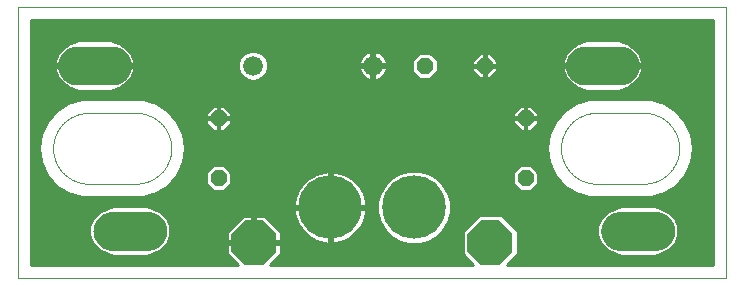
<source format=gbl>
G75*
%MOIN*%
%OFA0B0*%
%FSLAX25Y25*%
%IPPOS*%
%LPD*%
%AMOC8*
5,1,8,0,0,1.08239X$1,22.5*
%
%ADD10C,0.00000*%
%ADD11C,0.21126*%
%ADD12OC8,0.05200*%
%ADD13C,0.06600*%
%ADD14C,0.00984*%
%ADD15C,0.11811*%
%ADD16OC8,0.15000*%
%ADD17C,0.01000*%
D10*
X0003000Y0011696D02*
X0003000Y0102247D01*
X0239220Y0102247D01*
X0239220Y0011696D01*
X0003000Y0011696D01*
X0036465Y0023507D02*
X0044339Y0023507D01*
X0044463Y0023509D01*
X0044586Y0023515D01*
X0044710Y0023524D01*
X0044832Y0023538D01*
X0044955Y0023555D01*
X0045077Y0023577D01*
X0045198Y0023602D01*
X0045318Y0023631D01*
X0045437Y0023663D01*
X0045556Y0023700D01*
X0045673Y0023740D01*
X0045788Y0023783D01*
X0045903Y0023831D01*
X0046015Y0023882D01*
X0046126Y0023936D01*
X0046236Y0023994D01*
X0046343Y0024055D01*
X0046449Y0024120D01*
X0046552Y0024188D01*
X0046653Y0024259D01*
X0046752Y0024333D01*
X0046849Y0024410D01*
X0046943Y0024491D01*
X0047034Y0024574D01*
X0047123Y0024660D01*
X0047209Y0024749D01*
X0047292Y0024840D01*
X0047373Y0024934D01*
X0047450Y0025031D01*
X0047524Y0025130D01*
X0047595Y0025231D01*
X0047663Y0025334D01*
X0047728Y0025440D01*
X0047789Y0025547D01*
X0047847Y0025657D01*
X0047901Y0025768D01*
X0047952Y0025880D01*
X0048000Y0025995D01*
X0048043Y0026110D01*
X0048083Y0026227D01*
X0048120Y0026346D01*
X0048152Y0026465D01*
X0048181Y0026585D01*
X0048206Y0026706D01*
X0048228Y0026828D01*
X0048245Y0026951D01*
X0048259Y0027073D01*
X0048268Y0027197D01*
X0048274Y0027320D01*
X0048276Y0027444D01*
X0048274Y0027568D01*
X0048268Y0027691D01*
X0048259Y0027815D01*
X0048245Y0027937D01*
X0048228Y0028060D01*
X0048206Y0028182D01*
X0048181Y0028303D01*
X0048152Y0028423D01*
X0048120Y0028542D01*
X0048083Y0028661D01*
X0048043Y0028778D01*
X0048000Y0028893D01*
X0047952Y0029008D01*
X0047901Y0029120D01*
X0047847Y0029231D01*
X0047789Y0029341D01*
X0047728Y0029448D01*
X0047663Y0029554D01*
X0047595Y0029657D01*
X0047524Y0029758D01*
X0047450Y0029857D01*
X0047373Y0029954D01*
X0047292Y0030048D01*
X0047209Y0030139D01*
X0047123Y0030228D01*
X0047034Y0030314D01*
X0046943Y0030397D01*
X0046849Y0030478D01*
X0046752Y0030555D01*
X0046653Y0030629D01*
X0046552Y0030700D01*
X0046449Y0030768D01*
X0046343Y0030833D01*
X0046236Y0030894D01*
X0046126Y0030952D01*
X0046015Y0031006D01*
X0045903Y0031057D01*
X0045788Y0031105D01*
X0045673Y0031148D01*
X0045556Y0031188D01*
X0045437Y0031225D01*
X0045318Y0031257D01*
X0045198Y0031286D01*
X0045077Y0031311D01*
X0044955Y0031333D01*
X0044832Y0031350D01*
X0044710Y0031364D01*
X0044586Y0031373D01*
X0044463Y0031379D01*
X0044339Y0031381D01*
X0036465Y0031381D01*
X0036341Y0031379D01*
X0036218Y0031373D01*
X0036094Y0031364D01*
X0035972Y0031350D01*
X0035849Y0031333D01*
X0035727Y0031311D01*
X0035606Y0031286D01*
X0035486Y0031257D01*
X0035367Y0031225D01*
X0035248Y0031188D01*
X0035131Y0031148D01*
X0035016Y0031105D01*
X0034901Y0031057D01*
X0034789Y0031006D01*
X0034678Y0030952D01*
X0034568Y0030894D01*
X0034461Y0030833D01*
X0034355Y0030768D01*
X0034252Y0030700D01*
X0034151Y0030629D01*
X0034052Y0030555D01*
X0033955Y0030478D01*
X0033861Y0030397D01*
X0033770Y0030314D01*
X0033681Y0030228D01*
X0033595Y0030139D01*
X0033512Y0030048D01*
X0033431Y0029954D01*
X0033354Y0029857D01*
X0033280Y0029758D01*
X0033209Y0029657D01*
X0033141Y0029554D01*
X0033076Y0029448D01*
X0033015Y0029341D01*
X0032957Y0029231D01*
X0032903Y0029120D01*
X0032852Y0029008D01*
X0032804Y0028893D01*
X0032761Y0028778D01*
X0032721Y0028661D01*
X0032684Y0028542D01*
X0032652Y0028423D01*
X0032623Y0028303D01*
X0032598Y0028182D01*
X0032576Y0028060D01*
X0032559Y0027937D01*
X0032545Y0027815D01*
X0032536Y0027691D01*
X0032530Y0027568D01*
X0032528Y0027444D01*
X0032530Y0027320D01*
X0032536Y0027197D01*
X0032545Y0027073D01*
X0032559Y0026951D01*
X0032576Y0026828D01*
X0032598Y0026706D01*
X0032623Y0026585D01*
X0032652Y0026465D01*
X0032684Y0026346D01*
X0032721Y0026227D01*
X0032761Y0026110D01*
X0032804Y0025995D01*
X0032852Y0025880D01*
X0032903Y0025768D01*
X0032957Y0025657D01*
X0033015Y0025547D01*
X0033076Y0025440D01*
X0033141Y0025334D01*
X0033209Y0025231D01*
X0033280Y0025130D01*
X0033354Y0025031D01*
X0033431Y0024934D01*
X0033512Y0024840D01*
X0033595Y0024749D01*
X0033681Y0024660D01*
X0033770Y0024574D01*
X0033861Y0024491D01*
X0033955Y0024410D01*
X0034052Y0024333D01*
X0034151Y0024259D01*
X0034252Y0024188D01*
X0034355Y0024120D01*
X0034461Y0024055D01*
X0034568Y0023994D01*
X0034678Y0023936D01*
X0034789Y0023882D01*
X0034901Y0023831D01*
X0035016Y0023783D01*
X0035131Y0023740D01*
X0035248Y0023700D01*
X0035367Y0023663D01*
X0035486Y0023631D01*
X0035606Y0023602D01*
X0035727Y0023577D01*
X0035849Y0023555D01*
X0035972Y0023538D01*
X0036094Y0023524D01*
X0036218Y0023515D01*
X0036341Y0023509D01*
X0036465Y0023507D01*
X0042370Y0043192D02*
X0026622Y0043192D01*
X0026334Y0043196D01*
X0026047Y0043206D01*
X0025760Y0043224D01*
X0025473Y0043248D01*
X0025187Y0043279D01*
X0024902Y0043318D01*
X0024618Y0043363D01*
X0024335Y0043415D01*
X0024054Y0043475D01*
X0023774Y0043541D01*
X0023496Y0043613D01*
X0023219Y0043693D01*
X0022945Y0043779D01*
X0022673Y0043872D01*
X0022403Y0043971D01*
X0022135Y0044077D01*
X0021871Y0044190D01*
X0021609Y0044309D01*
X0021350Y0044434D01*
X0021094Y0044566D01*
X0020841Y0044703D01*
X0020592Y0044847D01*
X0020347Y0044997D01*
X0020105Y0045153D01*
X0019867Y0045314D01*
X0019633Y0045482D01*
X0019403Y0045655D01*
X0019178Y0045833D01*
X0018957Y0046017D01*
X0018740Y0046206D01*
X0018528Y0046401D01*
X0018321Y0046601D01*
X0018119Y0046805D01*
X0017922Y0047015D01*
X0017730Y0047229D01*
X0017544Y0047448D01*
X0017362Y0047671D01*
X0017186Y0047899D01*
X0017016Y0048131D01*
X0016852Y0048367D01*
X0016693Y0048606D01*
X0016540Y0048850D01*
X0016393Y0049097D01*
X0016253Y0049348D01*
X0016118Y0049603D01*
X0015990Y0049860D01*
X0015868Y0050120D01*
X0015752Y0050384D01*
X0015643Y0050650D01*
X0015540Y0050918D01*
X0015444Y0051189D01*
X0015354Y0051463D01*
X0015271Y0051738D01*
X0015195Y0052016D01*
X0015126Y0052295D01*
X0015063Y0052575D01*
X0015007Y0052858D01*
X0014959Y0053141D01*
X0014917Y0053426D01*
X0014882Y0053711D01*
X0014854Y0053997D01*
X0014833Y0054284D01*
X0014819Y0054572D01*
X0014812Y0054859D01*
X0014812Y0055147D01*
X0014819Y0055434D01*
X0014833Y0055722D01*
X0014854Y0056009D01*
X0014882Y0056295D01*
X0014917Y0056580D01*
X0014959Y0056865D01*
X0015007Y0057148D01*
X0015063Y0057431D01*
X0015126Y0057711D01*
X0015195Y0057990D01*
X0015271Y0058268D01*
X0015354Y0058543D01*
X0015444Y0058817D01*
X0015540Y0059088D01*
X0015643Y0059356D01*
X0015752Y0059622D01*
X0015868Y0059886D01*
X0015990Y0060146D01*
X0016118Y0060403D01*
X0016253Y0060658D01*
X0016393Y0060908D01*
X0016540Y0061156D01*
X0016693Y0061400D01*
X0016852Y0061639D01*
X0017016Y0061875D01*
X0017186Y0062107D01*
X0017362Y0062335D01*
X0017544Y0062558D01*
X0017730Y0062777D01*
X0017922Y0062991D01*
X0018119Y0063201D01*
X0018321Y0063405D01*
X0018528Y0063605D01*
X0018740Y0063800D01*
X0018957Y0063989D01*
X0019178Y0064173D01*
X0019403Y0064351D01*
X0019633Y0064524D01*
X0019867Y0064692D01*
X0020105Y0064853D01*
X0020347Y0065009D01*
X0020592Y0065159D01*
X0020841Y0065303D01*
X0021094Y0065440D01*
X0021350Y0065572D01*
X0021609Y0065697D01*
X0021871Y0065816D01*
X0022135Y0065929D01*
X0022403Y0066035D01*
X0022673Y0066134D01*
X0022945Y0066227D01*
X0023219Y0066313D01*
X0023496Y0066393D01*
X0023774Y0066465D01*
X0024054Y0066531D01*
X0024335Y0066591D01*
X0024618Y0066643D01*
X0024902Y0066688D01*
X0025187Y0066727D01*
X0025473Y0066758D01*
X0025760Y0066782D01*
X0026047Y0066800D01*
X0026334Y0066810D01*
X0026622Y0066814D01*
X0042370Y0066814D01*
X0042658Y0066810D01*
X0042945Y0066800D01*
X0043232Y0066782D01*
X0043519Y0066758D01*
X0043805Y0066727D01*
X0044090Y0066688D01*
X0044374Y0066643D01*
X0044657Y0066591D01*
X0044938Y0066531D01*
X0045218Y0066465D01*
X0045496Y0066393D01*
X0045773Y0066313D01*
X0046047Y0066227D01*
X0046319Y0066134D01*
X0046589Y0066035D01*
X0046857Y0065929D01*
X0047121Y0065816D01*
X0047383Y0065697D01*
X0047642Y0065572D01*
X0047898Y0065440D01*
X0048151Y0065303D01*
X0048400Y0065159D01*
X0048645Y0065009D01*
X0048887Y0064853D01*
X0049125Y0064692D01*
X0049359Y0064524D01*
X0049589Y0064351D01*
X0049814Y0064173D01*
X0050035Y0063989D01*
X0050252Y0063800D01*
X0050464Y0063605D01*
X0050671Y0063405D01*
X0050873Y0063201D01*
X0051070Y0062991D01*
X0051262Y0062777D01*
X0051448Y0062558D01*
X0051630Y0062335D01*
X0051806Y0062107D01*
X0051976Y0061875D01*
X0052140Y0061639D01*
X0052299Y0061400D01*
X0052452Y0061156D01*
X0052599Y0060909D01*
X0052739Y0060658D01*
X0052874Y0060403D01*
X0053002Y0060146D01*
X0053124Y0059886D01*
X0053240Y0059622D01*
X0053349Y0059356D01*
X0053452Y0059088D01*
X0053548Y0058817D01*
X0053638Y0058543D01*
X0053721Y0058268D01*
X0053797Y0057990D01*
X0053866Y0057711D01*
X0053929Y0057431D01*
X0053985Y0057148D01*
X0054033Y0056865D01*
X0054075Y0056580D01*
X0054110Y0056295D01*
X0054138Y0056009D01*
X0054159Y0055722D01*
X0054173Y0055434D01*
X0054180Y0055147D01*
X0054180Y0054859D01*
X0054173Y0054572D01*
X0054159Y0054284D01*
X0054138Y0053997D01*
X0054110Y0053711D01*
X0054075Y0053426D01*
X0054033Y0053141D01*
X0053985Y0052858D01*
X0053929Y0052575D01*
X0053866Y0052295D01*
X0053797Y0052016D01*
X0053721Y0051738D01*
X0053638Y0051463D01*
X0053548Y0051189D01*
X0053452Y0050918D01*
X0053349Y0050650D01*
X0053240Y0050384D01*
X0053124Y0050120D01*
X0053002Y0049860D01*
X0052874Y0049603D01*
X0052739Y0049348D01*
X0052599Y0049098D01*
X0052452Y0048850D01*
X0052299Y0048606D01*
X0052140Y0048367D01*
X0051976Y0048131D01*
X0051806Y0047899D01*
X0051630Y0047671D01*
X0051448Y0047448D01*
X0051262Y0047229D01*
X0051070Y0047015D01*
X0050873Y0046805D01*
X0050671Y0046601D01*
X0050464Y0046401D01*
X0050252Y0046206D01*
X0050035Y0046017D01*
X0049814Y0045833D01*
X0049589Y0045655D01*
X0049359Y0045482D01*
X0049125Y0045314D01*
X0048887Y0045153D01*
X0048645Y0044997D01*
X0048400Y0044847D01*
X0048151Y0044703D01*
X0047898Y0044566D01*
X0047642Y0044434D01*
X0047383Y0044309D01*
X0047121Y0044190D01*
X0046857Y0044077D01*
X0046589Y0043971D01*
X0046319Y0043872D01*
X0046047Y0043779D01*
X0045773Y0043693D01*
X0045496Y0043613D01*
X0045218Y0043541D01*
X0044938Y0043475D01*
X0044657Y0043415D01*
X0044374Y0043363D01*
X0044090Y0043318D01*
X0043805Y0043279D01*
X0043519Y0043248D01*
X0043232Y0043224D01*
X0042945Y0043206D01*
X0042658Y0043196D01*
X0042370Y0043192D01*
X0032528Y0078625D02*
X0024654Y0078625D01*
X0024530Y0078627D01*
X0024407Y0078633D01*
X0024283Y0078642D01*
X0024161Y0078656D01*
X0024038Y0078673D01*
X0023916Y0078695D01*
X0023795Y0078720D01*
X0023675Y0078749D01*
X0023556Y0078781D01*
X0023437Y0078818D01*
X0023320Y0078858D01*
X0023205Y0078901D01*
X0023090Y0078949D01*
X0022978Y0079000D01*
X0022867Y0079054D01*
X0022757Y0079112D01*
X0022650Y0079173D01*
X0022544Y0079238D01*
X0022441Y0079306D01*
X0022340Y0079377D01*
X0022241Y0079451D01*
X0022144Y0079528D01*
X0022050Y0079609D01*
X0021959Y0079692D01*
X0021870Y0079778D01*
X0021784Y0079867D01*
X0021701Y0079958D01*
X0021620Y0080052D01*
X0021543Y0080149D01*
X0021469Y0080248D01*
X0021398Y0080349D01*
X0021330Y0080452D01*
X0021265Y0080558D01*
X0021204Y0080665D01*
X0021146Y0080775D01*
X0021092Y0080886D01*
X0021041Y0080998D01*
X0020993Y0081113D01*
X0020950Y0081228D01*
X0020910Y0081345D01*
X0020873Y0081464D01*
X0020841Y0081583D01*
X0020812Y0081703D01*
X0020787Y0081824D01*
X0020765Y0081946D01*
X0020748Y0082069D01*
X0020734Y0082191D01*
X0020725Y0082315D01*
X0020719Y0082438D01*
X0020717Y0082562D01*
X0020719Y0082686D01*
X0020725Y0082809D01*
X0020734Y0082933D01*
X0020748Y0083055D01*
X0020765Y0083178D01*
X0020787Y0083300D01*
X0020812Y0083421D01*
X0020841Y0083541D01*
X0020873Y0083660D01*
X0020910Y0083779D01*
X0020950Y0083896D01*
X0020993Y0084011D01*
X0021041Y0084126D01*
X0021092Y0084238D01*
X0021146Y0084349D01*
X0021204Y0084459D01*
X0021265Y0084566D01*
X0021330Y0084672D01*
X0021398Y0084775D01*
X0021469Y0084876D01*
X0021543Y0084975D01*
X0021620Y0085072D01*
X0021701Y0085166D01*
X0021784Y0085257D01*
X0021870Y0085346D01*
X0021959Y0085432D01*
X0022050Y0085515D01*
X0022144Y0085596D01*
X0022241Y0085673D01*
X0022340Y0085747D01*
X0022441Y0085818D01*
X0022544Y0085886D01*
X0022650Y0085951D01*
X0022757Y0086012D01*
X0022867Y0086070D01*
X0022978Y0086124D01*
X0023090Y0086175D01*
X0023205Y0086223D01*
X0023320Y0086266D01*
X0023437Y0086306D01*
X0023556Y0086343D01*
X0023675Y0086375D01*
X0023795Y0086404D01*
X0023916Y0086429D01*
X0024038Y0086451D01*
X0024161Y0086468D01*
X0024283Y0086482D01*
X0024407Y0086491D01*
X0024530Y0086497D01*
X0024654Y0086499D01*
X0032528Y0086499D01*
X0032652Y0086497D01*
X0032775Y0086491D01*
X0032899Y0086482D01*
X0033021Y0086468D01*
X0033144Y0086451D01*
X0033266Y0086429D01*
X0033387Y0086404D01*
X0033507Y0086375D01*
X0033626Y0086343D01*
X0033745Y0086306D01*
X0033862Y0086266D01*
X0033977Y0086223D01*
X0034092Y0086175D01*
X0034204Y0086124D01*
X0034315Y0086070D01*
X0034425Y0086012D01*
X0034532Y0085951D01*
X0034638Y0085886D01*
X0034741Y0085818D01*
X0034842Y0085747D01*
X0034941Y0085673D01*
X0035038Y0085596D01*
X0035132Y0085515D01*
X0035223Y0085432D01*
X0035312Y0085346D01*
X0035398Y0085257D01*
X0035481Y0085166D01*
X0035562Y0085072D01*
X0035639Y0084975D01*
X0035713Y0084876D01*
X0035784Y0084775D01*
X0035852Y0084672D01*
X0035917Y0084566D01*
X0035978Y0084459D01*
X0036036Y0084349D01*
X0036090Y0084238D01*
X0036141Y0084126D01*
X0036189Y0084011D01*
X0036232Y0083896D01*
X0036272Y0083779D01*
X0036309Y0083660D01*
X0036341Y0083541D01*
X0036370Y0083421D01*
X0036395Y0083300D01*
X0036417Y0083178D01*
X0036434Y0083055D01*
X0036448Y0082933D01*
X0036457Y0082809D01*
X0036463Y0082686D01*
X0036465Y0082562D01*
X0036463Y0082438D01*
X0036457Y0082315D01*
X0036448Y0082191D01*
X0036434Y0082069D01*
X0036417Y0081946D01*
X0036395Y0081824D01*
X0036370Y0081703D01*
X0036341Y0081583D01*
X0036309Y0081464D01*
X0036272Y0081345D01*
X0036232Y0081228D01*
X0036189Y0081113D01*
X0036141Y0080998D01*
X0036090Y0080886D01*
X0036036Y0080775D01*
X0035978Y0080665D01*
X0035917Y0080558D01*
X0035852Y0080452D01*
X0035784Y0080349D01*
X0035713Y0080248D01*
X0035639Y0080149D01*
X0035562Y0080052D01*
X0035481Y0079958D01*
X0035398Y0079867D01*
X0035312Y0079778D01*
X0035223Y0079692D01*
X0035132Y0079609D01*
X0035038Y0079528D01*
X0034941Y0079451D01*
X0034842Y0079377D01*
X0034741Y0079306D01*
X0034638Y0079238D01*
X0034532Y0079173D01*
X0034425Y0079112D01*
X0034315Y0079054D01*
X0034204Y0079000D01*
X0034092Y0078949D01*
X0033977Y0078901D01*
X0033862Y0078858D01*
X0033745Y0078818D01*
X0033626Y0078781D01*
X0033507Y0078749D01*
X0033387Y0078720D01*
X0033266Y0078695D01*
X0033144Y0078673D01*
X0033021Y0078656D01*
X0032899Y0078642D01*
X0032775Y0078633D01*
X0032652Y0078627D01*
X0032528Y0078625D01*
X0193945Y0078625D02*
X0201819Y0078625D01*
X0201943Y0078627D01*
X0202066Y0078633D01*
X0202190Y0078642D01*
X0202312Y0078656D01*
X0202435Y0078673D01*
X0202557Y0078695D01*
X0202678Y0078720D01*
X0202798Y0078749D01*
X0202917Y0078781D01*
X0203036Y0078818D01*
X0203153Y0078858D01*
X0203268Y0078901D01*
X0203383Y0078949D01*
X0203495Y0079000D01*
X0203606Y0079054D01*
X0203716Y0079112D01*
X0203823Y0079173D01*
X0203929Y0079238D01*
X0204032Y0079306D01*
X0204133Y0079377D01*
X0204232Y0079451D01*
X0204329Y0079528D01*
X0204423Y0079609D01*
X0204514Y0079692D01*
X0204603Y0079778D01*
X0204689Y0079867D01*
X0204772Y0079958D01*
X0204853Y0080052D01*
X0204930Y0080149D01*
X0205004Y0080248D01*
X0205075Y0080349D01*
X0205143Y0080452D01*
X0205208Y0080558D01*
X0205269Y0080665D01*
X0205327Y0080775D01*
X0205381Y0080886D01*
X0205432Y0080998D01*
X0205480Y0081113D01*
X0205523Y0081228D01*
X0205563Y0081345D01*
X0205600Y0081464D01*
X0205632Y0081583D01*
X0205661Y0081703D01*
X0205686Y0081824D01*
X0205708Y0081946D01*
X0205725Y0082069D01*
X0205739Y0082191D01*
X0205748Y0082315D01*
X0205754Y0082438D01*
X0205756Y0082562D01*
X0205754Y0082686D01*
X0205748Y0082809D01*
X0205739Y0082933D01*
X0205725Y0083055D01*
X0205708Y0083178D01*
X0205686Y0083300D01*
X0205661Y0083421D01*
X0205632Y0083541D01*
X0205600Y0083660D01*
X0205563Y0083779D01*
X0205523Y0083896D01*
X0205480Y0084011D01*
X0205432Y0084126D01*
X0205381Y0084238D01*
X0205327Y0084349D01*
X0205269Y0084459D01*
X0205208Y0084566D01*
X0205143Y0084672D01*
X0205075Y0084775D01*
X0205004Y0084876D01*
X0204930Y0084975D01*
X0204853Y0085072D01*
X0204772Y0085166D01*
X0204689Y0085257D01*
X0204603Y0085346D01*
X0204514Y0085432D01*
X0204423Y0085515D01*
X0204329Y0085596D01*
X0204232Y0085673D01*
X0204133Y0085747D01*
X0204032Y0085818D01*
X0203929Y0085886D01*
X0203823Y0085951D01*
X0203716Y0086012D01*
X0203606Y0086070D01*
X0203495Y0086124D01*
X0203383Y0086175D01*
X0203268Y0086223D01*
X0203153Y0086266D01*
X0203036Y0086306D01*
X0202917Y0086343D01*
X0202798Y0086375D01*
X0202678Y0086404D01*
X0202557Y0086429D01*
X0202435Y0086451D01*
X0202312Y0086468D01*
X0202190Y0086482D01*
X0202066Y0086491D01*
X0201943Y0086497D01*
X0201819Y0086499D01*
X0193945Y0086499D01*
X0193821Y0086497D01*
X0193698Y0086491D01*
X0193574Y0086482D01*
X0193452Y0086468D01*
X0193329Y0086451D01*
X0193207Y0086429D01*
X0193086Y0086404D01*
X0192966Y0086375D01*
X0192847Y0086343D01*
X0192728Y0086306D01*
X0192611Y0086266D01*
X0192496Y0086223D01*
X0192381Y0086175D01*
X0192269Y0086124D01*
X0192158Y0086070D01*
X0192048Y0086012D01*
X0191941Y0085951D01*
X0191835Y0085886D01*
X0191732Y0085818D01*
X0191631Y0085747D01*
X0191532Y0085673D01*
X0191435Y0085596D01*
X0191341Y0085515D01*
X0191250Y0085432D01*
X0191161Y0085346D01*
X0191075Y0085257D01*
X0190992Y0085166D01*
X0190911Y0085072D01*
X0190834Y0084975D01*
X0190760Y0084876D01*
X0190689Y0084775D01*
X0190621Y0084672D01*
X0190556Y0084566D01*
X0190495Y0084459D01*
X0190437Y0084349D01*
X0190383Y0084238D01*
X0190332Y0084126D01*
X0190284Y0084011D01*
X0190241Y0083896D01*
X0190201Y0083779D01*
X0190164Y0083660D01*
X0190132Y0083541D01*
X0190103Y0083421D01*
X0190078Y0083300D01*
X0190056Y0083178D01*
X0190039Y0083055D01*
X0190025Y0082933D01*
X0190016Y0082809D01*
X0190010Y0082686D01*
X0190008Y0082562D01*
X0190010Y0082438D01*
X0190016Y0082315D01*
X0190025Y0082191D01*
X0190039Y0082069D01*
X0190056Y0081946D01*
X0190078Y0081824D01*
X0190103Y0081703D01*
X0190132Y0081583D01*
X0190164Y0081464D01*
X0190201Y0081345D01*
X0190241Y0081228D01*
X0190284Y0081113D01*
X0190332Y0080998D01*
X0190383Y0080886D01*
X0190437Y0080775D01*
X0190495Y0080665D01*
X0190556Y0080558D01*
X0190621Y0080452D01*
X0190689Y0080349D01*
X0190760Y0080248D01*
X0190834Y0080149D01*
X0190911Y0080052D01*
X0190992Y0079958D01*
X0191075Y0079867D01*
X0191161Y0079778D01*
X0191250Y0079692D01*
X0191341Y0079609D01*
X0191435Y0079528D01*
X0191532Y0079451D01*
X0191631Y0079377D01*
X0191732Y0079306D01*
X0191835Y0079238D01*
X0191941Y0079173D01*
X0192048Y0079112D01*
X0192158Y0079054D01*
X0192269Y0079000D01*
X0192381Y0078949D01*
X0192496Y0078901D01*
X0192611Y0078858D01*
X0192728Y0078818D01*
X0192847Y0078781D01*
X0192966Y0078749D01*
X0193086Y0078720D01*
X0193207Y0078695D01*
X0193329Y0078673D01*
X0193452Y0078656D01*
X0193574Y0078642D01*
X0193698Y0078633D01*
X0193821Y0078627D01*
X0193945Y0078625D01*
X0195913Y0066814D02*
X0211661Y0066814D01*
X0211949Y0066810D01*
X0212236Y0066800D01*
X0212523Y0066782D01*
X0212810Y0066758D01*
X0213096Y0066727D01*
X0213381Y0066688D01*
X0213665Y0066643D01*
X0213948Y0066591D01*
X0214229Y0066531D01*
X0214509Y0066465D01*
X0214787Y0066393D01*
X0215064Y0066313D01*
X0215338Y0066227D01*
X0215610Y0066134D01*
X0215880Y0066035D01*
X0216148Y0065929D01*
X0216412Y0065816D01*
X0216674Y0065697D01*
X0216933Y0065572D01*
X0217189Y0065440D01*
X0217442Y0065303D01*
X0217691Y0065159D01*
X0217936Y0065009D01*
X0218178Y0064853D01*
X0218416Y0064692D01*
X0218650Y0064524D01*
X0218880Y0064351D01*
X0219105Y0064173D01*
X0219326Y0063989D01*
X0219543Y0063800D01*
X0219755Y0063605D01*
X0219962Y0063405D01*
X0220164Y0063201D01*
X0220361Y0062991D01*
X0220553Y0062777D01*
X0220739Y0062558D01*
X0220921Y0062335D01*
X0221097Y0062107D01*
X0221267Y0061875D01*
X0221431Y0061639D01*
X0221590Y0061400D01*
X0221743Y0061156D01*
X0221890Y0060909D01*
X0222030Y0060658D01*
X0222165Y0060403D01*
X0222293Y0060146D01*
X0222415Y0059886D01*
X0222531Y0059622D01*
X0222640Y0059356D01*
X0222743Y0059088D01*
X0222839Y0058817D01*
X0222929Y0058543D01*
X0223012Y0058268D01*
X0223088Y0057990D01*
X0223157Y0057711D01*
X0223220Y0057431D01*
X0223276Y0057148D01*
X0223324Y0056865D01*
X0223366Y0056580D01*
X0223401Y0056295D01*
X0223429Y0056009D01*
X0223450Y0055722D01*
X0223464Y0055434D01*
X0223471Y0055147D01*
X0223471Y0054859D01*
X0223464Y0054572D01*
X0223450Y0054284D01*
X0223429Y0053997D01*
X0223401Y0053711D01*
X0223366Y0053426D01*
X0223324Y0053141D01*
X0223276Y0052858D01*
X0223220Y0052575D01*
X0223157Y0052295D01*
X0223088Y0052016D01*
X0223012Y0051738D01*
X0222929Y0051463D01*
X0222839Y0051189D01*
X0222743Y0050918D01*
X0222640Y0050650D01*
X0222531Y0050384D01*
X0222415Y0050120D01*
X0222293Y0049860D01*
X0222165Y0049603D01*
X0222030Y0049348D01*
X0221890Y0049098D01*
X0221743Y0048850D01*
X0221590Y0048606D01*
X0221431Y0048367D01*
X0221267Y0048131D01*
X0221097Y0047899D01*
X0220921Y0047671D01*
X0220739Y0047448D01*
X0220553Y0047229D01*
X0220361Y0047015D01*
X0220164Y0046805D01*
X0219962Y0046601D01*
X0219755Y0046401D01*
X0219543Y0046206D01*
X0219326Y0046017D01*
X0219105Y0045833D01*
X0218880Y0045655D01*
X0218650Y0045482D01*
X0218416Y0045314D01*
X0218178Y0045153D01*
X0217936Y0044997D01*
X0217691Y0044847D01*
X0217442Y0044703D01*
X0217189Y0044566D01*
X0216933Y0044434D01*
X0216674Y0044309D01*
X0216412Y0044190D01*
X0216148Y0044077D01*
X0215880Y0043971D01*
X0215610Y0043872D01*
X0215338Y0043779D01*
X0215064Y0043693D01*
X0214787Y0043613D01*
X0214509Y0043541D01*
X0214229Y0043475D01*
X0213948Y0043415D01*
X0213665Y0043363D01*
X0213381Y0043318D01*
X0213096Y0043279D01*
X0212810Y0043248D01*
X0212523Y0043224D01*
X0212236Y0043206D01*
X0211949Y0043196D01*
X0211661Y0043192D01*
X0195913Y0043192D01*
X0195625Y0043196D01*
X0195338Y0043206D01*
X0195051Y0043224D01*
X0194764Y0043248D01*
X0194478Y0043279D01*
X0194193Y0043318D01*
X0193909Y0043363D01*
X0193626Y0043415D01*
X0193345Y0043475D01*
X0193065Y0043541D01*
X0192787Y0043613D01*
X0192510Y0043693D01*
X0192236Y0043779D01*
X0191964Y0043872D01*
X0191694Y0043971D01*
X0191426Y0044077D01*
X0191162Y0044190D01*
X0190900Y0044309D01*
X0190641Y0044434D01*
X0190385Y0044566D01*
X0190132Y0044703D01*
X0189883Y0044847D01*
X0189638Y0044997D01*
X0189396Y0045153D01*
X0189158Y0045314D01*
X0188924Y0045482D01*
X0188694Y0045655D01*
X0188469Y0045833D01*
X0188248Y0046017D01*
X0188031Y0046206D01*
X0187819Y0046401D01*
X0187612Y0046601D01*
X0187410Y0046805D01*
X0187213Y0047015D01*
X0187021Y0047229D01*
X0186835Y0047448D01*
X0186653Y0047671D01*
X0186477Y0047899D01*
X0186307Y0048131D01*
X0186143Y0048367D01*
X0185984Y0048606D01*
X0185831Y0048850D01*
X0185684Y0049097D01*
X0185544Y0049348D01*
X0185409Y0049603D01*
X0185281Y0049860D01*
X0185159Y0050120D01*
X0185043Y0050384D01*
X0184934Y0050650D01*
X0184831Y0050918D01*
X0184735Y0051189D01*
X0184645Y0051463D01*
X0184562Y0051738D01*
X0184486Y0052016D01*
X0184417Y0052295D01*
X0184354Y0052575D01*
X0184298Y0052858D01*
X0184250Y0053141D01*
X0184208Y0053426D01*
X0184173Y0053711D01*
X0184145Y0053997D01*
X0184124Y0054284D01*
X0184110Y0054572D01*
X0184103Y0054859D01*
X0184103Y0055147D01*
X0184110Y0055434D01*
X0184124Y0055722D01*
X0184145Y0056009D01*
X0184173Y0056295D01*
X0184208Y0056580D01*
X0184250Y0056865D01*
X0184298Y0057148D01*
X0184354Y0057431D01*
X0184417Y0057711D01*
X0184486Y0057990D01*
X0184562Y0058268D01*
X0184645Y0058543D01*
X0184735Y0058817D01*
X0184831Y0059088D01*
X0184934Y0059356D01*
X0185043Y0059622D01*
X0185159Y0059886D01*
X0185281Y0060146D01*
X0185409Y0060403D01*
X0185544Y0060658D01*
X0185684Y0060908D01*
X0185831Y0061156D01*
X0185984Y0061400D01*
X0186143Y0061639D01*
X0186307Y0061875D01*
X0186477Y0062107D01*
X0186653Y0062335D01*
X0186835Y0062558D01*
X0187021Y0062777D01*
X0187213Y0062991D01*
X0187410Y0063201D01*
X0187612Y0063405D01*
X0187819Y0063605D01*
X0188031Y0063800D01*
X0188248Y0063989D01*
X0188469Y0064173D01*
X0188694Y0064351D01*
X0188924Y0064524D01*
X0189158Y0064692D01*
X0189396Y0064853D01*
X0189638Y0065009D01*
X0189883Y0065159D01*
X0190132Y0065303D01*
X0190385Y0065440D01*
X0190641Y0065572D01*
X0190900Y0065697D01*
X0191162Y0065816D01*
X0191426Y0065929D01*
X0191694Y0066035D01*
X0191964Y0066134D01*
X0192236Y0066227D01*
X0192510Y0066313D01*
X0192787Y0066393D01*
X0193065Y0066465D01*
X0193345Y0066531D01*
X0193626Y0066591D01*
X0193909Y0066643D01*
X0194193Y0066688D01*
X0194478Y0066727D01*
X0194764Y0066758D01*
X0195051Y0066782D01*
X0195338Y0066800D01*
X0195625Y0066810D01*
X0195913Y0066814D01*
X0205756Y0031381D02*
X0213630Y0031381D01*
X0213754Y0031379D01*
X0213877Y0031373D01*
X0214001Y0031364D01*
X0214123Y0031350D01*
X0214246Y0031333D01*
X0214368Y0031311D01*
X0214489Y0031286D01*
X0214609Y0031257D01*
X0214728Y0031225D01*
X0214847Y0031188D01*
X0214964Y0031148D01*
X0215079Y0031105D01*
X0215194Y0031057D01*
X0215306Y0031006D01*
X0215417Y0030952D01*
X0215527Y0030894D01*
X0215634Y0030833D01*
X0215740Y0030768D01*
X0215843Y0030700D01*
X0215944Y0030629D01*
X0216043Y0030555D01*
X0216140Y0030478D01*
X0216234Y0030397D01*
X0216325Y0030314D01*
X0216414Y0030228D01*
X0216500Y0030139D01*
X0216583Y0030048D01*
X0216664Y0029954D01*
X0216741Y0029857D01*
X0216815Y0029758D01*
X0216886Y0029657D01*
X0216954Y0029554D01*
X0217019Y0029448D01*
X0217080Y0029341D01*
X0217138Y0029231D01*
X0217192Y0029120D01*
X0217243Y0029008D01*
X0217291Y0028893D01*
X0217334Y0028778D01*
X0217374Y0028661D01*
X0217411Y0028542D01*
X0217443Y0028423D01*
X0217472Y0028303D01*
X0217497Y0028182D01*
X0217519Y0028060D01*
X0217536Y0027937D01*
X0217550Y0027815D01*
X0217559Y0027691D01*
X0217565Y0027568D01*
X0217567Y0027444D01*
X0217565Y0027320D01*
X0217559Y0027197D01*
X0217550Y0027073D01*
X0217536Y0026951D01*
X0217519Y0026828D01*
X0217497Y0026706D01*
X0217472Y0026585D01*
X0217443Y0026465D01*
X0217411Y0026346D01*
X0217374Y0026227D01*
X0217334Y0026110D01*
X0217291Y0025995D01*
X0217243Y0025880D01*
X0217192Y0025768D01*
X0217138Y0025657D01*
X0217080Y0025547D01*
X0217019Y0025440D01*
X0216954Y0025334D01*
X0216886Y0025231D01*
X0216815Y0025130D01*
X0216741Y0025031D01*
X0216664Y0024934D01*
X0216583Y0024840D01*
X0216500Y0024749D01*
X0216414Y0024660D01*
X0216325Y0024574D01*
X0216234Y0024491D01*
X0216140Y0024410D01*
X0216043Y0024333D01*
X0215944Y0024259D01*
X0215843Y0024188D01*
X0215740Y0024120D01*
X0215634Y0024055D01*
X0215527Y0023994D01*
X0215417Y0023936D01*
X0215306Y0023882D01*
X0215194Y0023831D01*
X0215079Y0023783D01*
X0214964Y0023740D01*
X0214847Y0023700D01*
X0214728Y0023663D01*
X0214609Y0023631D01*
X0214489Y0023602D01*
X0214368Y0023577D01*
X0214246Y0023555D01*
X0214123Y0023538D01*
X0214001Y0023524D01*
X0213877Y0023515D01*
X0213754Y0023509D01*
X0213630Y0023507D01*
X0205756Y0023507D01*
X0205632Y0023509D01*
X0205509Y0023515D01*
X0205385Y0023524D01*
X0205263Y0023538D01*
X0205140Y0023555D01*
X0205018Y0023577D01*
X0204897Y0023602D01*
X0204777Y0023631D01*
X0204658Y0023663D01*
X0204539Y0023700D01*
X0204422Y0023740D01*
X0204307Y0023783D01*
X0204192Y0023831D01*
X0204080Y0023882D01*
X0203969Y0023936D01*
X0203859Y0023994D01*
X0203752Y0024055D01*
X0203646Y0024120D01*
X0203543Y0024188D01*
X0203442Y0024259D01*
X0203343Y0024333D01*
X0203246Y0024410D01*
X0203152Y0024491D01*
X0203061Y0024574D01*
X0202972Y0024660D01*
X0202886Y0024749D01*
X0202803Y0024840D01*
X0202722Y0024934D01*
X0202645Y0025031D01*
X0202571Y0025130D01*
X0202500Y0025231D01*
X0202432Y0025334D01*
X0202367Y0025440D01*
X0202306Y0025547D01*
X0202248Y0025657D01*
X0202194Y0025768D01*
X0202143Y0025880D01*
X0202095Y0025995D01*
X0202052Y0026110D01*
X0202012Y0026227D01*
X0201975Y0026346D01*
X0201943Y0026465D01*
X0201914Y0026585D01*
X0201889Y0026706D01*
X0201867Y0026828D01*
X0201850Y0026951D01*
X0201836Y0027073D01*
X0201827Y0027197D01*
X0201821Y0027320D01*
X0201819Y0027444D01*
X0201821Y0027568D01*
X0201827Y0027691D01*
X0201836Y0027815D01*
X0201850Y0027937D01*
X0201867Y0028060D01*
X0201889Y0028182D01*
X0201914Y0028303D01*
X0201943Y0028423D01*
X0201975Y0028542D01*
X0202012Y0028661D01*
X0202052Y0028778D01*
X0202095Y0028893D01*
X0202143Y0029008D01*
X0202194Y0029120D01*
X0202248Y0029231D01*
X0202306Y0029341D01*
X0202367Y0029448D01*
X0202432Y0029554D01*
X0202500Y0029657D01*
X0202571Y0029758D01*
X0202645Y0029857D01*
X0202722Y0029954D01*
X0202803Y0030048D01*
X0202886Y0030139D01*
X0202972Y0030228D01*
X0203061Y0030314D01*
X0203152Y0030397D01*
X0203246Y0030478D01*
X0203343Y0030555D01*
X0203442Y0030629D01*
X0203543Y0030700D01*
X0203646Y0030768D01*
X0203752Y0030833D01*
X0203859Y0030894D01*
X0203969Y0030952D01*
X0204080Y0031006D01*
X0204192Y0031057D01*
X0204307Y0031105D01*
X0204422Y0031148D01*
X0204539Y0031188D01*
X0204658Y0031225D01*
X0204777Y0031257D01*
X0204897Y0031286D01*
X0205018Y0031311D01*
X0205140Y0031333D01*
X0205263Y0031350D01*
X0205385Y0031364D01*
X0205509Y0031373D01*
X0205632Y0031379D01*
X0205756Y0031381D01*
D11*
X0135087Y0035318D03*
X0107134Y0035318D03*
D12*
X0069929Y0045003D03*
X0069929Y0065003D03*
X0138669Y0082562D03*
X0158669Y0082562D03*
X0172291Y0065003D03*
X0172291Y0045003D03*
D13*
X0121425Y0082562D03*
X0081425Y0082562D03*
D14*
X0034496Y0076656D02*
X0034648Y0076658D01*
X0034800Y0076664D01*
X0034952Y0076674D01*
X0035103Y0076687D01*
X0035254Y0076705D01*
X0035405Y0076726D01*
X0035555Y0076752D01*
X0035704Y0076781D01*
X0035853Y0076814D01*
X0036000Y0076851D01*
X0036147Y0076891D01*
X0036292Y0076936D01*
X0036436Y0076984D01*
X0036579Y0077036D01*
X0036721Y0077091D01*
X0036861Y0077150D01*
X0037000Y0077213D01*
X0037137Y0077279D01*
X0037272Y0077349D01*
X0037405Y0077422D01*
X0037536Y0077499D01*
X0037666Y0077579D01*
X0037793Y0077662D01*
X0037918Y0077748D01*
X0038041Y0077838D01*
X0038161Y0077931D01*
X0038279Y0078027D01*
X0038395Y0078126D01*
X0038508Y0078228D01*
X0038618Y0078332D01*
X0038726Y0078440D01*
X0038830Y0078550D01*
X0038932Y0078663D01*
X0039031Y0078779D01*
X0039127Y0078897D01*
X0039220Y0079017D01*
X0039310Y0079140D01*
X0039396Y0079265D01*
X0039479Y0079392D01*
X0039559Y0079522D01*
X0039636Y0079653D01*
X0039709Y0079786D01*
X0039779Y0079921D01*
X0039845Y0080058D01*
X0039908Y0080197D01*
X0039967Y0080337D01*
X0040022Y0080479D01*
X0040074Y0080622D01*
X0040122Y0080766D01*
X0040167Y0080911D01*
X0040207Y0081058D01*
X0040244Y0081205D01*
X0040277Y0081354D01*
X0040306Y0081503D01*
X0040332Y0081653D01*
X0040353Y0081804D01*
X0040371Y0081955D01*
X0040384Y0082106D01*
X0040394Y0082258D01*
X0040400Y0082410D01*
X0040402Y0082562D01*
X0040400Y0082714D01*
X0040394Y0082866D01*
X0040384Y0083018D01*
X0040371Y0083169D01*
X0040353Y0083320D01*
X0040332Y0083471D01*
X0040306Y0083621D01*
X0040277Y0083770D01*
X0040244Y0083919D01*
X0040207Y0084066D01*
X0040167Y0084213D01*
X0040122Y0084358D01*
X0040074Y0084502D01*
X0040022Y0084645D01*
X0039967Y0084787D01*
X0039908Y0084927D01*
X0039845Y0085066D01*
X0039779Y0085203D01*
X0039709Y0085338D01*
X0039636Y0085471D01*
X0039559Y0085602D01*
X0039479Y0085732D01*
X0039396Y0085859D01*
X0039310Y0085984D01*
X0039220Y0086107D01*
X0039127Y0086227D01*
X0039031Y0086345D01*
X0038932Y0086461D01*
X0038830Y0086574D01*
X0038726Y0086684D01*
X0038618Y0086792D01*
X0038508Y0086896D01*
X0038395Y0086998D01*
X0038279Y0087097D01*
X0038161Y0087193D01*
X0038041Y0087286D01*
X0037918Y0087376D01*
X0037793Y0087462D01*
X0037666Y0087545D01*
X0037536Y0087625D01*
X0037405Y0087702D01*
X0037272Y0087775D01*
X0037137Y0087845D01*
X0037000Y0087911D01*
X0036861Y0087974D01*
X0036721Y0088033D01*
X0036579Y0088088D01*
X0036436Y0088140D01*
X0036292Y0088188D01*
X0036147Y0088233D01*
X0036000Y0088273D01*
X0035853Y0088310D01*
X0035704Y0088343D01*
X0035555Y0088372D01*
X0035405Y0088398D01*
X0035254Y0088419D01*
X0035103Y0088437D01*
X0034952Y0088450D01*
X0034800Y0088460D01*
X0034648Y0088466D01*
X0034496Y0088468D01*
X0034496Y0088467D02*
X0022685Y0088467D01*
X0022685Y0088468D02*
X0022533Y0088466D01*
X0022381Y0088460D01*
X0022229Y0088450D01*
X0022078Y0088437D01*
X0021927Y0088419D01*
X0021776Y0088398D01*
X0021626Y0088372D01*
X0021477Y0088343D01*
X0021328Y0088310D01*
X0021181Y0088273D01*
X0021034Y0088233D01*
X0020889Y0088188D01*
X0020745Y0088140D01*
X0020602Y0088088D01*
X0020460Y0088033D01*
X0020320Y0087974D01*
X0020181Y0087911D01*
X0020044Y0087845D01*
X0019909Y0087775D01*
X0019776Y0087702D01*
X0019645Y0087625D01*
X0019515Y0087545D01*
X0019388Y0087462D01*
X0019263Y0087376D01*
X0019140Y0087286D01*
X0019020Y0087193D01*
X0018902Y0087097D01*
X0018786Y0086998D01*
X0018673Y0086896D01*
X0018563Y0086792D01*
X0018455Y0086684D01*
X0018351Y0086574D01*
X0018249Y0086461D01*
X0018150Y0086345D01*
X0018054Y0086227D01*
X0017961Y0086107D01*
X0017871Y0085984D01*
X0017785Y0085859D01*
X0017702Y0085732D01*
X0017622Y0085602D01*
X0017545Y0085471D01*
X0017472Y0085338D01*
X0017402Y0085203D01*
X0017336Y0085066D01*
X0017273Y0084927D01*
X0017214Y0084787D01*
X0017159Y0084645D01*
X0017107Y0084502D01*
X0017059Y0084358D01*
X0017014Y0084213D01*
X0016974Y0084066D01*
X0016937Y0083919D01*
X0016904Y0083770D01*
X0016875Y0083621D01*
X0016849Y0083471D01*
X0016828Y0083320D01*
X0016810Y0083169D01*
X0016797Y0083018D01*
X0016787Y0082866D01*
X0016781Y0082714D01*
X0016779Y0082562D01*
X0016781Y0082410D01*
X0016787Y0082258D01*
X0016797Y0082106D01*
X0016810Y0081955D01*
X0016828Y0081804D01*
X0016849Y0081653D01*
X0016875Y0081503D01*
X0016904Y0081354D01*
X0016937Y0081205D01*
X0016974Y0081058D01*
X0017014Y0080911D01*
X0017059Y0080766D01*
X0017107Y0080622D01*
X0017159Y0080479D01*
X0017214Y0080337D01*
X0017273Y0080197D01*
X0017336Y0080058D01*
X0017402Y0079921D01*
X0017472Y0079786D01*
X0017545Y0079653D01*
X0017622Y0079522D01*
X0017702Y0079392D01*
X0017785Y0079265D01*
X0017871Y0079140D01*
X0017961Y0079017D01*
X0018054Y0078897D01*
X0018150Y0078779D01*
X0018249Y0078663D01*
X0018351Y0078550D01*
X0018455Y0078440D01*
X0018563Y0078332D01*
X0018673Y0078228D01*
X0018786Y0078126D01*
X0018902Y0078027D01*
X0019020Y0077931D01*
X0019140Y0077838D01*
X0019263Y0077748D01*
X0019388Y0077662D01*
X0019515Y0077579D01*
X0019645Y0077499D01*
X0019776Y0077422D01*
X0019909Y0077349D01*
X0020044Y0077279D01*
X0020181Y0077213D01*
X0020320Y0077150D01*
X0020460Y0077091D01*
X0020602Y0077036D01*
X0020745Y0076984D01*
X0020889Y0076936D01*
X0021034Y0076891D01*
X0021181Y0076851D01*
X0021328Y0076814D01*
X0021477Y0076781D01*
X0021626Y0076752D01*
X0021776Y0076726D01*
X0021927Y0076705D01*
X0022078Y0076687D01*
X0022229Y0076674D01*
X0022381Y0076664D01*
X0022533Y0076658D01*
X0022685Y0076656D01*
X0034496Y0076656D01*
X0034496Y0033349D02*
X0046307Y0033349D01*
X0046307Y0033350D02*
X0046459Y0033348D01*
X0046611Y0033342D01*
X0046763Y0033332D01*
X0046914Y0033319D01*
X0047065Y0033301D01*
X0047216Y0033280D01*
X0047366Y0033254D01*
X0047515Y0033225D01*
X0047664Y0033192D01*
X0047811Y0033155D01*
X0047958Y0033115D01*
X0048103Y0033070D01*
X0048247Y0033022D01*
X0048390Y0032970D01*
X0048532Y0032915D01*
X0048672Y0032856D01*
X0048811Y0032793D01*
X0048948Y0032727D01*
X0049083Y0032657D01*
X0049216Y0032584D01*
X0049347Y0032507D01*
X0049477Y0032427D01*
X0049604Y0032344D01*
X0049729Y0032258D01*
X0049852Y0032168D01*
X0049972Y0032075D01*
X0050090Y0031979D01*
X0050206Y0031880D01*
X0050319Y0031778D01*
X0050429Y0031674D01*
X0050537Y0031566D01*
X0050641Y0031456D01*
X0050743Y0031343D01*
X0050842Y0031227D01*
X0050938Y0031109D01*
X0051031Y0030989D01*
X0051121Y0030866D01*
X0051207Y0030741D01*
X0051290Y0030614D01*
X0051370Y0030484D01*
X0051447Y0030353D01*
X0051520Y0030220D01*
X0051590Y0030085D01*
X0051656Y0029948D01*
X0051719Y0029809D01*
X0051778Y0029669D01*
X0051833Y0029527D01*
X0051885Y0029384D01*
X0051933Y0029240D01*
X0051978Y0029095D01*
X0052018Y0028948D01*
X0052055Y0028801D01*
X0052088Y0028652D01*
X0052117Y0028503D01*
X0052143Y0028353D01*
X0052164Y0028202D01*
X0052182Y0028051D01*
X0052195Y0027900D01*
X0052205Y0027748D01*
X0052211Y0027596D01*
X0052213Y0027444D01*
X0052211Y0027292D01*
X0052205Y0027140D01*
X0052195Y0026988D01*
X0052182Y0026837D01*
X0052164Y0026686D01*
X0052143Y0026535D01*
X0052117Y0026385D01*
X0052088Y0026236D01*
X0052055Y0026087D01*
X0052018Y0025940D01*
X0051978Y0025793D01*
X0051933Y0025648D01*
X0051885Y0025504D01*
X0051833Y0025361D01*
X0051778Y0025219D01*
X0051719Y0025079D01*
X0051656Y0024940D01*
X0051590Y0024803D01*
X0051520Y0024668D01*
X0051447Y0024535D01*
X0051370Y0024404D01*
X0051290Y0024274D01*
X0051207Y0024147D01*
X0051121Y0024022D01*
X0051031Y0023899D01*
X0050938Y0023779D01*
X0050842Y0023661D01*
X0050743Y0023545D01*
X0050641Y0023432D01*
X0050537Y0023322D01*
X0050429Y0023214D01*
X0050319Y0023110D01*
X0050206Y0023008D01*
X0050090Y0022909D01*
X0049972Y0022813D01*
X0049852Y0022720D01*
X0049729Y0022630D01*
X0049604Y0022544D01*
X0049477Y0022461D01*
X0049347Y0022381D01*
X0049216Y0022304D01*
X0049083Y0022231D01*
X0048948Y0022161D01*
X0048811Y0022095D01*
X0048672Y0022032D01*
X0048532Y0021973D01*
X0048390Y0021918D01*
X0048247Y0021866D01*
X0048103Y0021818D01*
X0047958Y0021773D01*
X0047811Y0021733D01*
X0047664Y0021696D01*
X0047515Y0021663D01*
X0047366Y0021634D01*
X0047216Y0021608D01*
X0047065Y0021587D01*
X0046914Y0021569D01*
X0046763Y0021556D01*
X0046611Y0021546D01*
X0046459Y0021540D01*
X0046307Y0021538D01*
X0034496Y0021538D01*
X0034344Y0021540D01*
X0034192Y0021546D01*
X0034040Y0021556D01*
X0033889Y0021569D01*
X0033738Y0021587D01*
X0033587Y0021608D01*
X0033437Y0021634D01*
X0033288Y0021663D01*
X0033139Y0021696D01*
X0032992Y0021733D01*
X0032845Y0021773D01*
X0032700Y0021818D01*
X0032556Y0021866D01*
X0032413Y0021918D01*
X0032271Y0021973D01*
X0032131Y0022032D01*
X0031992Y0022095D01*
X0031855Y0022161D01*
X0031720Y0022231D01*
X0031587Y0022304D01*
X0031456Y0022381D01*
X0031326Y0022461D01*
X0031199Y0022544D01*
X0031074Y0022630D01*
X0030951Y0022720D01*
X0030831Y0022813D01*
X0030713Y0022909D01*
X0030597Y0023008D01*
X0030484Y0023110D01*
X0030374Y0023214D01*
X0030266Y0023322D01*
X0030162Y0023432D01*
X0030060Y0023545D01*
X0029961Y0023661D01*
X0029865Y0023779D01*
X0029772Y0023899D01*
X0029682Y0024022D01*
X0029596Y0024147D01*
X0029513Y0024274D01*
X0029433Y0024404D01*
X0029356Y0024535D01*
X0029283Y0024668D01*
X0029213Y0024803D01*
X0029147Y0024940D01*
X0029084Y0025079D01*
X0029025Y0025219D01*
X0028970Y0025361D01*
X0028918Y0025504D01*
X0028870Y0025648D01*
X0028825Y0025793D01*
X0028785Y0025940D01*
X0028748Y0026087D01*
X0028715Y0026236D01*
X0028686Y0026385D01*
X0028660Y0026535D01*
X0028639Y0026686D01*
X0028621Y0026837D01*
X0028608Y0026988D01*
X0028598Y0027140D01*
X0028592Y0027292D01*
X0028590Y0027444D01*
X0028592Y0027596D01*
X0028598Y0027748D01*
X0028608Y0027900D01*
X0028621Y0028051D01*
X0028639Y0028202D01*
X0028660Y0028353D01*
X0028686Y0028503D01*
X0028715Y0028652D01*
X0028748Y0028801D01*
X0028785Y0028948D01*
X0028825Y0029095D01*
X0028870Y0029240D01*
X0028918Y0029384D01*
X0028970Y0029527D01*
X0029025Y0029669D01*
X0029084Y0029809D01*
X0029147Y0029948D01*
X0029213Y0030085D01*
X0029283Y0030220D01*
X0029356Y0030353D01*
X0029433Y0030484D01*
X0029513Y0030614D01*
X0029596Y0030741D01*
X0029682Y0030866D01*
X0029772Y0030989D01*
X0029865Y0031109D01*
X0029961Y0031227D01*
X0030060Y0031343D01*
X0030162Y0031456D01*
X0030266Y0031566D01*
X0030374Y0031674D01*
X0030484Y0031778D01*
X0030597Y0031880D01*
X0030713Y0031979D01*
X0030831Y0032075D01*
X0030951Y0032168D01*
X0031074Y0032258D01*
X0031199Y0032344D01*
X0031326Y0032427D01*
X0031456Y0032507D01*
X0031587Y0032584D01*
X0031720Y0032657D01*
X0031855Y0032727D01*
X0031992Y0032793D01*
X0032131Y0032856D01*
X0032271Y0032915D01*
X0032413Y0032970D01*
X0032556Y0033022D01*
X0032700Y0033070D01*
X0032845Y0033115D01*
X0032992Y0033155D01*
X0033139Y0033192D01*
X0033288Y0033225D01*
X0033437Y0033254D01*
X0033587Y0033280D01*
X0033738Y0033301D01*
X0033889Y0033319D01*
X0034040Y0033332D01*
X0034192Y0033342D01*
X0034344Y0033348D01*
X0034496Y0033350D01*
X0191976Y0076656D02*
X0203787Y0076656D01*
X0203939Y0076658D01*
X0204091Y0076664D01*
X0204243Y0076674D01*
X0204394Y0076687D01*
X0204545Y0076705D01*
X0204696Y0076726D01*
X0204846Y0076752D01*
X0204995Y0076781D01*
X0205144Y0076814D01*
X0205291Y0076851D01*
X0205438Y0076891D01*
X0205583Y0076936D01*
X0205727Y0076984D01*
X0205870Y0077036D01*
X0206012Y0077091D01*
X0206152Y0077150D01*
X0206291Y0077213D01*
X0206428Y0077279D01*
X0206563Y0077349D01*
X0206696Y0077422D01*
X0206827Y0077499D01*
X0206957Y0077579D01*
X0207084Y0077662D01*
X0207209Y0077748D01*
X0207332Y0077838D01*
X0207452Y0077931D01*
X0207570Y0078027D01*
X0207686Y0078126D01*
X0207799Y0078228D01*
X0207909Y0078332D01*
X0208017Y0078440D01*
X0208121Y0078550D01*
X0208223Y0078663D01*
X0208322Y0078779D01*
X0208418Y0078897D01*
X0208511Y0079017D01*
X0208601Y0079140D01*
X0208687Y0079265D01*
X0208770Y0079392D01*
X0208850Y0079522D01*
X0208927Y0079653D01*
X0209000Y0079786D01*
X0209070Y0079921D01*
X0209136Y0080058D01*
X0209199Y0080197D01*
X0209258Y0080337D01*
X0209313Y0080479D01*
X0209365Y0080622D01*
X0209413Y0080766D01*
X0209458Y0080911D01*
X0209498Y0081058D01*
X0209535Y0081205D01*
X0209568Y0081354D01*
X0209597Y0081503D01*
X0209623Y0081653D01*
X0209644Y0081804D01*
X0209662Y0081955D01*
X0209675Y0082106D01*
X0209685Y0082258D01*
X0209691Y0082410D01*
X0209693Y0082562D01*
X0209691Y0082714D01*
X0209685Y0082866D01*
X0209675Y0083018D01*
X0209662Y0083169D01*
X0209644Y0083320D01*
X0209623Y0083471D01*
X0209597Y0083621D01*
X0209568Y0083770D01*
X0209535Y0083919D01*
X0209498Y0084066D01*
X0209458Y0084213D01*
X0209413Y0084358D01*
X0209365Y0084502D01*
X0209313Y0084645D01*
X0209258Y0084787D01*
X0209199Y0084927D01*
X0209136Y0085066D01*
X0209070Y0085203D01*
X0209000Y0085338D01*
X0208927Y0085471D01*
X0208850Y0085602D01*
X0208770Y0085732D01*
X0208687Y0085859D01*
X0208601Y0085984D01*
X0208511Y0086107D01*
X0208418Y0086227D01*
X0208322Y0086345D01*
X0208223Y0086461D01*
X0208121Y0086574D01*
X0208017Y0086684D01*
X0207909Y0086792D01*
X0207799Y0086896D01*
X0207686Y0086998D01*
X0207570Y0087097D01*
X0207452Y0087193D01*
X0207332Y0087286D01*
X0207209Y0087376D01*
X0207084Y0087462D01*
X0206957Y0087545D01*
X0206827Y0087625D01*
X0206696Y0087702D01*
X0206563Y0087775D01*
X0206428Y0087845D01*
X0206291Y0087911D01*
X0206152Y0087974D01*
X0206012Y0088033D01*
X0205870Y0088088D01*
X0205727Y0088140D01*
X0205583Y0088188D01*
X0205438Y0088233D01*
X0205291Y0088273D01*
X0205144Y0088310D01*
X0204995Y0088343D01*
X0204846Y0088372D01*
X0204696Y0088398D01*
X0204545Y0088419D01*
X0204394Y0088437D01*
X0204243Y0088450D01*
X0204091Y0088460D01*
X0203939Y0088466D01*
X0203787Y0088468D01*
X0203787Y0088467D02*
X0191976Y0088467D01*
X0191976Y0088468D02*
X0191824Y0088466D01*
X0191672Y0088460D01*
X0191520Y0088450D01*
X0191369Y0088437D01*
X0191218Y0088419D01*
X0191067Y0088398D01*
X0190917Y0088372D01*
X0190768Y0088343D01*
X0190619Y0088310D01*
X0190472Y0088273D01*
X0190325Y0088233D01*
X0190180Y0088188D01*
X0190036Y0088140D01*
X0189893Y0088088D01*
X0189751Y0088033D01*
X0189611Y0087974D01*
X0189472Y0087911D01*
X0189335Y0087845D01*
X0189200Y0087775D01*
X0189067Y0087702D01*
X0188936Y0087625D01*
X0188806Y0087545D01*
X0188679Y0087462D01*
X0188554Y0087376D01*
X0188431Y0087286D01*
X0188311Y0087193D01*
X0188193Y0087097D01*
X0188077Y0086998D01*
X0187964Y0086896D01*
X0187854Y0086792D01*
X0187746Y0086684D01*
X0187642Y0086574D01*
X0187540Y0086461D01*
X0187441Y0086345D01*
X0187345Y0086227D01*
X0187252Y0086107D01*
X0187162Y0085984D01*
X0187076Y0085859D01*
X0186993Y0085732D01*
X0186913Y0085602D01*
X0186836Y0085471D01*
X0186763Y0085338D01*
X0186693Y0085203D01*
X0186627Y0085066D01*
X0186564Y0084927D01*
X0186505Y0084787D01*
X0186450Y0084645D01*
X0186398Y0084502D01*
X0186350Y0084358D01*
X0186305Y0084213D01*
X0186265Y0084066D01*
X0186228Y0083919D01*
X0186195Y0083770D01*
X0186166Y0083621D01*
X0186140Y0083471D01*
X0186119Y0083320D01*
X0186101Y0083169D01*
X0186088Y0083018D01*
X0186078Y0082866D01*
X0186072Y0082714D01*
X0186070Y0082562D01*
X0186072Y0082410D01*
X0186078Y0082258D01*
X0186088Y0082106D01*
X0186101Y0081955D01*
X0186119Y0081804D01*
X0186140Y0081653D01*
X0186166Y0081503D01*
X0186195Y0081354D01*
X0186228Y0081205D01*
X0186265Y0081058D01*
X0186305Y0080911D01*
X0186350Y0080766D01*
X0186398Y0080622D01*
X0186450Y0080479D01*
X0186505Y0080337D01*
X0186564Y0080197D01*
X0186627Y0080058D01*
X0186693Y0079921D01*
X0186763Y0079786D01*
X0186836Y0079653D01*
X0186913Y0079522D01*
X0186993Y0079392D01*
X0187076Y0079265D01*
X0187162Y0079140D01*
X0187252Y0079017D01*
X0187345Y0078897D01*
X0187441Y0078779D01*
X0187540Y0078663D01*
X0187642Y0078550D01*
X0187746Y0078440D01*
X0187854Y0078332D01*
X0187964Y0078228D01*
X0188077Y0078126D01*
X0188193Y0078027D01*
X0188311Y0077931D01*
X0188431Y0077838D01*
X0188554Y0077748D01*
X0188679Y0077662D01*
X0188806Y0077579D01*
X0188936Y0077499D01*
X0189067Y0077422D01*
X0189200Y0077349D01*
X0189335Y0077279D01*
X0189472Y0077213D01*
X0189611Y0077150D01*
X0189751Y0077091D01*
X0189893Y0077036D01*
X0190036Y0076984D01*
X0190180Y0076936D01*
X0190325Y0076891D01*
X0190472Y0076851D01*
X0190619Y0076814D01*
X0190768Y0076781D01*
X0190917Y0076752D01*
X0191067Y0076726D01*
X0191218Y0076705D01*
X0191369Y0076687D01*
X0191520Y0076674D01*
X0191672Y0076664D01*
X0191824Y0076658D01*
X0191976Y0076656D01*
X0203787Y0033349D02*
X0215598Y0033349D01*
X0215598Y0033350D02*
X0215750Y0033348D01*
X0215902Y0033342D01*
X0216054Y0033332D01*
X0216205Y0033319D01*
X0216356Y0033301D01*
X0216507Y0033280D01*
X0216657Y0033254D01*
X0216806Y0033225D01*
X0216955Y0033192D01*
X0217102Y0033155D01*
X0217249Y0033115D01*
X0217394Y0033070D01*
X0217538Y0033022D01*
X0217681Y0032970D01*
X0217823Y0032915D01*
X0217963Y0032856D01*
X0218102Y0032793D01*
X0218239Y0032727D01*
X0218374Y0032657D01*
X0218507Y0032584D01*
X0218638Y0032507D01*
X0218768Y0032427D01*
X0218895Y0032344D01*
X0219020Y0032258D01*
X0219143Y0032168D01*
X0219263Y0032075D01*
X0219381Y0031979D01*
X0219497Y0031880D01*
X0219610Y0031778D01*
X0219720Y0031674D01*
X0219828Y0031566D01*
X0219932Y0031456D01*
X0220034Y0031343D01*
X0220133Y0031227D01*
X0220229Y0031109D01*
X0220322Y0030989D01*
X0220412Y0030866D01*
X0220498Y0030741D01*
X0220581Y0030614D01*
X0220661Y0030484D01*
X0220738Y0030353D01*
X0220811Y0030220D01*
X0220881Y0030085D01*
X0220947Y0029948D01*
X0221010Y0029809D01*
X0221069Y0029669D01*
X0221124Y0029527D01*
X0221176Y0029384D01*
X0221224Y0029240D01*
X0221269Y0029095D01*
X0221309Y0028948D01*
X0221346Y0028801D01*
X0221379Y0028652D01*
X0221408Y0028503D01*
X0221434Y0028353D01*
X0221455Y0028202D01*
X0221473Y0028051D01*
X0221486Y0027900D01*
X0221496Y0027748D01*
X0221502Y0027596D01*
X0221504Y0027444D01*
X0221502Y0027292D01*
X0221496Y0027140D01*
X0221486Y0026988D01*
X0221473Y0026837D01*
X0221455Y0026686D01*
X0221434Y0026535D01*
X0221408Y0026385D01*
X0221379Y0026236D01*
X0221346Y0026087D01*
X0221309Y0025940D01*
X0221269Y0025793D01*
X0221224Y0025648D01*
X0221176Y0025504D01*
X0221124Y0025361D01*
X0221069Y0025219D01*
X0221010Y0025079D01*
X0220947Y0024940D01*
X0220881Y0024803D01*
X0220811Y0024668D01*
X0220738Y0024535D01*
X0220661Y0024404D01*
X0220581Y0024274D01*
X0220498Y0024147D01*
X0220412Y0024022D01*
X0220322Y0023899D01*
X0220229Y0023779D01*
X0220133Y0023661D01*
X0220034Y0023545D01*
X0219932Y0023432D01*
X0219828Y0023322D01*
X0219720Y0023214D01*
X0219610Y0023110D01*
X0219497Y0023008D01*
X0219381Y0022909D01*
X0219263Y0022813D01*
X0219143Y0022720D01*
X0219020Y0022630D01*
X0218895Y0022544D01*
X0218768Y0022461D01*
X0218638Y0022381D01*
X0218507Y0022304D01*
X0218374Y0022231D01*
X0218239Y0022161D01*
X0218102Y0022095D01*
X0217963Y0022032D01*
X0217823Y0021973D01*
X0217681Y0021918D01*
X0217538Y0021866D01*
X0217394Y0021818D01*
X0217249Y0021773D01*
X0217102Y0021733D01*
X0216955Y0021696D01*
X0216806Y0021663D01*
X0216657Y0021634D01*
X0216507Y0021608D01*
X0216356Y0021587D01*
X0216205Y0021569D01*
X0216054Y0021556D01*
X0215902Y0021546D01*
X0215750Y0021540D01*
X0215598Y0021538D01*
X0203787Y0021538D01*
X0203635Y0021540D01*
X0203483Y0021546D01*
X0203331Y0021556D01*
X0203180Y0021569D01*
X0203029Y0021587D01*
X0202878Y0021608D01*
X0202728Y0021634D01*
X0202579Y0021663D01*
X0202430Y0021696D01*
X0202283Y0021733D01*
X0202136Y0021773D01*
X0201991Y0021818D01*
X0201847Y0021866D01*
X0201704Y0021918D01*
X0201562Y0021973D01*
X0201422Y0022032D01*
X0201283Y0022095D01*
X0201146Y0022161D01*
X0201011Y0022231D01*
X0200878Y0022304D01*
X0200747Y0022381D01*
X0200617Y0022461D01*
X0200490Y0022544D01*
X0200365Y0022630D01*
X0200242Y0022720D01*
X0200122Y0022813D01*
X0200004Y0022909D01*
X0199888Y0023008D01*
X0199775Y0023110D01*
X0199665Y0023214D01*
X0199557Y0023322D01*
X0199453Y0023432D01*
X0199351Y0023545D01*
X0199252Y0023661D01*
X0199156Y0023779D01*
X0199063Y0023899D01*
X0198973Y0024022D01*
X0198887Y0024147D01*
X0198804Y0024274D01*
X0198724Y0024404D01*
X0198647Y0024535D01*
X0198574Y0024668D01*
X0198504Y0024803D01*
X0198438Y0024940D01*
X0198375Y0025079D01*
X0198316Y0025219D01*
X0198261Y0025361D01*
X0198209Y0025504D01*
X0198161Y0025648D01*
X0198116Y0025793D01*
X0198076Y0025940D01*
X0198039Y0026087D01*
X0198006Y0026236D01*
X0197977Y0026385D01*
X0197951Y0026535D01*
X0197930Y0026686D01*
X0197912Y0026837D01*
X0197899Y0026988D01*
X0197889Y0027140D01*
X0197883Y0027292D01*
X0197881Y0027444D01*
X0197883Y0027596D01*
X0197889Y0027748D01*
X0197899Y0027900D01*
X0197912Y0028051D01*
X0197930Y0028202D01*
X0197951Y0028353D01*
X0197977Y0028503D01*
X0198006Y0028652D01*
X0198039Y0028801D01*
X0198076Y0028948D01*
X0198116Y0029095D01*
X0198161Y0029240D01*
X0198209Y0029384D01*
X0198261Y0029527D01*
X0198316Y0029669D01*
X0198375Y0029809D01*
X0198438Y0029948D01*
X0198504Y0030085D01*
X0198574Y0030220D01*
X0198647Y0030353D01*
X0198724Y0030484D01*
X0198804Y0030614D01*
X0198887Y0030741D01*
X0198973Y0030866D01*
X0199063Y0030989D01*
X0199156Y0031109D01*
X0199252Y0031227D01*
X0199351Y0031343D01*
X0199453Y0031456D01*
X0199557Y0031566D01*
X0199665Y0031674D01*
X0199775Y0031778D01*
X0199888Y0031880D01*
X0200004Y0031979D01*
X0200122Y0032075D01*
X0200242Y0032168D01*
X0200365Y0032258D01*
X0200490Y0032344D01*
X0200617Y0032427D01*
X0200747Y0032507D01*
X0200878Y0032584D01*
X0201011Y0032657D01*
X0201146Y0032727D01*
X0201283Y0032793D01*
X0201422Y0032856D01*
X0201562Y0032915D01*
X0201704Y0032970D01*
X0201847Y0033022D01*
X0201991Y0033070D01*
X0202136Y0033115D01*
X0202283Y0033155D01*
X0202430Y0033192D01*
X0202579Y0033225D01*
X0202728Y0033254D01*
X0202878Y0033280D01*
X0203029Y0033301D01*
X0203180Y0033319D01*
X0203331Y0033332D01*
X0203483Y0033342D01*
X0203635Y0033348D01*
X0203787Y0033350D01*
D15*
X0203787Y0027444D02*
X0215598Y0027444D01*
X0203787Y0082562D02*
X0191976Y0082562D01*
X0046307Y0027444D02*
X0034496Y0027444D01*
X0034496Y0082562D02*
X0022685Y0082562D01*
D16*
X0081740Y0023507D03*
X0160480Y0023507D03*
D17*
X0151280Y0023678D02*
X0139026Y0023678D01*
X0139820Y0023890D02*
X0142616Y0025505D01*
X0144899Y0027788D01*
X0146514Y0030584D01*
X0147350Y0033703D01*
X0147350Y0036932D01*
X0146514Y0040051D01*
X0144899Y0042847D01*
X0142616Y0045130D01*
X0139820Y0046745D01*
X0136701Y0047581D01*
X0133472Y0047581D01*
X0130353Y0046745D01*
X0127557Y0045130D01*
X0125274Y0042847D01*
X0123659Y0040051D01*
X0122824Y0036932D01*
X0122824Y0033703D01*
X0123659Y0030584D01*
X0125274Y0027788D01*
X0127557Y0025505D01*
X0130353Y0023890D01*
X0133472Y0023055D01*
X0136701Y0023055D01*
X0139820Y0023890D01*
X0141181Y0024676D02*
X0151280Y0024676D01*
X0151280Y0025675D02*
X0142786Y0025675D01*
X0143785Y0026673D02*
X0151280Y0026673D01*
X0151280Y0027317D02*
X0151280Y0019696D01*
X0154781Y0016196D01*
X0087157Y0016196D01*
X0090740Y0019779D01*
X0090740Y0023007D01*
X0082240Y0023007D01*
X0082240Y0024007D01*
X0081240Y0024007D01*
X0081240Y0032507D01*
X0078012Y0032507D01*
X0072740Y0027234D01*
X0072740Y0024007D01*
X0081240Y0024007D01*
X0081240Y0023007D01*
X0072740Y0023007D01*
X0072740Y0019779D01*
X0076323Y0016196D01*
X0007500Y0016196D01*
X0007500Y0097747D01*
X0234720Y0097747D01*
X0234720Y0016196D01*
X0166180Y0016196D01*
X0169680Y0019696D01*
X0169680Y0027317D01*
X0164291Y0032707D01*
X0156670Y0032707D01*
X0151280Y0027317D01*
X0151635Y0027672D02*
X0144783Y0027672D01*
X0145409Y0028670D02*
X0152633Y0028670D01*
X0153632Y0029669D02*
X0145985Y0029669D01*
X0146536Y0030667D02*
X0154630Y0030667D01*
X0155629Y0031666D02*
X0146804Y0031666D01*
X0147071Y0032664D02*
X0156627Y0032664D01*
X0164333Y0032664D02*
X0198252Y0032664D01*
X0197340Y0031752D02*
X0196182Y0028956D01*
X0196182Y0025931D01*
X0197340Y0023135D01*
X0199479Y0020996D01*
X0200832Y0020435D01*
X0200977Y0020291D01*
X0204078Y0019007D01*
X0206651Y0019007D01*
X0212735Y0019007D01*
X0215308Y0019007D01*
X0218409Y0020291D01*
X0218409Y0020291D01*
X0218554Y0020435D01*
X0219907Y0020996D01*
X0222046Y0023135D01*
X0223204Y0025931D01*
X0223204Y0028956D01*
X0222046Y0031752D01*
X0219907Y0033891D01*
X0218554Y0034452D01*
X0218409Y0034596D01*
X0215308Y0035881D01*
X0204078Y0035881D01*
X0200977Y0034596D01*
X0200977Y0034596D01*
X0200832Y0034452D01*
X0199479Y0033891D01*
X0197340Y0031752D01*
X0197304Y0031666D02*
X0165332Y0031666D01*
X0166330Y0030667D02*
X0196891Y0030667D01*
X0196477Y0029669D02*
X0167329Y0029669D01*
X0168327Y0028670D02*
X0196182Y0028670D01*
X0196182Y0027672D02*
X0169326Y0027672D01*
X0169680Y0026673D02*
X0196182Y0026673D01*
X0196288Y0025675D02*
X0169680Y0025675D01*
X0169680Y0024676D02*
X0196702Y0024676D01*
X0197115Y0023678D02*
X0169680Y0023678D01*
X0169680Y0022679D02*
X0197796Y0022679D01*
X0198795Y0021681D02*
X0169680Y0021681D01*
X0169680Y0020682D02*
X0200237Y0020682D01*
X0200977Y0020291D02*
X0200977Y0020291D01*
X0202443Y0019684D02*
X0169668Y0019684D01*
X0168670Y0018685D02*
X0234720Y0018685D01*
X0234720Y0017687D02*
X0167671Y0017687D01*
X0166673Y0016688D02*
X0234720Y0016688D01*
X0234720Y0019684D02*
X0216943Y0019684D01*
X0219149Y0020682D02*
X0234720Y0020682D01*
X0234720Y0021681D02*
X0220591Y0021681D01*
X0221590Y0022679D02*
X0234720Y0022679D01*
X0234720Y0023678D02*
X0222271Y0023678D01*
X0222684Y0024676D02*
X0234720Y0024676D01*
X0234720Y0025675D02*
X0223098Y0025675D01*
X0223204Y0026673D02*
X0234720Y0026673D01*
X0234720Y0027672D02*
X0223204Y0027672D01*
X0223204Y0028670D02*
X0234720Y0028670D01*
X0234720Y0029669D02*
X0222909Y0029669D01*
X0222495Y0030667D02*
X0234720Y0030667D01*
X0234720Y0031666D02*
X0222082Y0031666D01*
X0221134Y0032664D02*
X0234720Y0032664D01*
X0234720Y0033663D02*
X0220135Y0033663D01*
X0218409Y0034596D02*
X0218409Y0034596D01*
X0218252Y0034661D02*
X0234720Y0034661D01*
X0234720Y0035660D02*
X0215841Y0035660D01*
X0214007Y0038692D02*
X0218507Y0040013D01*
X0222453Y0042549D01*
X0225524Y0046094D01*
X0227473Y0050360D01*
X0228140Y0055003D01*
X0227473Y0059645D01*
X0225524Y0063912D01*
X0222453Y0067456D01*
X0222453Y0067456D01*
X0218507Y0069992D01*
X0218507Y0069992D01*
X0214007Y0071314D01*
X0193568Y0071314D01*
X0189068Y0069992D01*
X0185122Y0067456D01*
X0182051Y0063912D01*
X0182051Y0063912D01*
X0180102Y0059645D01*
X0179435Y0055003D01*
X0180102Y0050360D01*
X0182051Y0046094D01*
X0185122Y0042549D01*
X0185122Y0042549D01*
X0185122Y0042549D01*
X0189068Y0040013D01*
X0193568Y0038692D01*
X0195018Y0038692D01*
X0214007Y0038692D01*
X0217284Y0039654D02*
X0234720Y0039654D01*
X0234720Y0040652D02*
X0219502Y0040652D01*
X0218507Y0040013D02*
X0218507Y0040013D01*
X0221055Y0041651D02*
X0234720Y0041651D01*
X0234720Y0042649D02*
X0222540Y0042649D01*
X0222453Y0042549D02*
X0222453Y0042549D01*
X0223405Y0043648D02*
X0234720Y0043648D01*
X0234720Y0044646D02*
X0224270Y0044646D01*
X0225135Y0045645D02*
X0234720Y0045645D01*
X0234720Y0046643D02*
X0225775Y0046643D01*
X0225524Y0046094D02*
X0225524Y0046094D01*
X0226231Y0047642D02*
X0234720Y0047642D01*
X0234720Y0048640D02*
X0226687Y0048640D01*
X0227143Y0049639D02*
X0234720Y0049639D01*
X0234720Y0050637D02*
X0227513Y0050637D01*
X0227473Y0050360D02*
X0227473Y0050360D01*
X0227656Y0051636D02*
X0234720Y0051636D01*
X0234720Y0052634D02*
X0227800Y0052634D01*
X0227943Y0053633D02*
X0234720Y0053633D01*
X0234720Y0054632D02*
X0228087Y0054632D01*
X0228140Y0055003D02*
X0228140Y0055003D01*
X0228050Y0055630D02*
X0234720Y0055630D01*
X0234720Y0056629D02*
X0227906Y0056629D01*
X0227763Y0057627D02*
X0234720Y0057627D01*
X0234720Y0058626D02*
X0227619Y0058626D01*
X0227476Y0059624D02*
X0234720Y0059624D01*
X0234720Y0060623D02*
X0227026Y0060623D01*
X0227473Y0059645D02*
X0227473Y0059645D01*
X0226570Y0061621D02*
X0234720Y0061621D01*
X0234720Y0062620D02*
X0226114Y0062620D01*
X0225658Y0063618D02*
X0234720Y0063618D01*
X0234720Y0064617D02*
X0224913Y0064617D01*
X0225524Y0063912D02*
X0225524Y0063912D01*
X0224048Y0065615D02*
X0234720Y0065615D01*
X0234720Y0066614D02*
X0223183Y0066614D01*
X0222453Y0067456D02*
X0222453Y0067456D01*
X0222210Y0067612D02*
X0234720Y0067612D01*
X0234720Y0068611D02*
X0220657Y0068611D01*
X0219103Y0069609D02*
X0234720Y0069609D01*
X0234720Y0070608D02*
X0216411Y0070608D01*
X0204649Y0074602D02*
X0234720Y0074602D01*
X0234720Y0075600D02*
X0206789Y0075600D01*
X0206598Y0075409D02*
X0207128Y0075939D01*
X0207911Y0076391D01*
X0208681Y0076982D01*
X0209367Y0077668D01*
X0209958Y0078439D01*
X0210443Y0079279D01*
X0210815Y0080176D01*
X0211066Y0081114D01*
X0211191Y0082062D01*
X0210256Y0082062D01*
X0210256Y0083062D01*
X0211191Y0083062D01*
X0211066Y0084010D01*
X0210815Y0084947D01*
X0210443Y0085844D01*
X0209958Y0086685D01*
X0209367Y0087455D01*
X0208681Y0088141D01*
X0207911Y0088732D01*
X0207128Y0089184D01*
X0206598Y0089714D01*
X0206598Y0089714D01*
X0203497Y0090999D01*
X0192267Y0090999D01*
X0189166Y0089714D01*
X0189166Y0089714D01*
X0188635Y0089184D01*
X0187853Y0088732D01*
X0187083Y0088141D01*
X0186397Y0087455D01*
X0185806Y0086685D01*
X0185320Y0085844D01*
X0184949Y0084947D01*
X0184698Y0084010D01*
X0184573Y0083062D01*
X0185508Y0083062D01*
X0185508Y0082062D01*
X0184573Y0082062D01*
X0184698Y0081114D01*
X0184949Y0080176D01*
X0185320Y0079279D01*
X0185806Y0078439D01*
X0186397Y0077668D01*
X0187083Y0076982D01*
X0187853Y0076391D01*
X0188635Y0075939D01*
X0189166Y0075409D01*
X0192267Y0074125D01*
X0193050Y0074125D01*
X0203497Y0074125D01*
X0206598Y0075409D01*
X0206598Y0075409D01*
X0208181Y0076599D02*
X0234720Y0076599D01*
X0234720Y0077597D02*
X0209296Y0077597D01*
X0210049Y0078596D02*
X0234720Y0078596D01*
X0234720Y0079594D02*
X0210574Y0079594D01*
X0210927Y0080593D02*
X0234720Y0080593D01*
X0234720Y0081591D02*
X0211129Y0081591D01*
X0210256Y0082590D02*
X0234720Y0082590D01*
X0234720Y0083588D02*
X0211122Y0083588D01*
X0210912Y0084587D02*
X0234720Y0084587D01*
X0234720Y0085585D02*
X0210551Y0085585D01*
X0210016Y0086584D02*
X0234720Y0086584D01*
X0234720Y0087582D02*
X0209240Y0087582D01*
X0208108Y0088581D02*
X0234720Y0088581D01*
X0234720Y0089579D02*
X0206733Y0089579D01*
X0204513Y0090578D02*
X0234720Y0090578D01*
X0234720Y0091576D02*
X0007500Y0091576D01*
X0007500Y0090578D02*
X0021960Y0090578D01*
X0022975Y0090999D02*
X0019874Y0089714D01*
X0019344Y0089184D01*
X0018562Y0088732D01*
X0017792Y0088141D01*
X0017105Y0087455D01*
X0016514Y0086685D01*
X0016029Y0085844D01*
X0015657Y0084947D01*
X0015406Y0084010D01*
X0015281Y0083062D01*
X0016217Y0083062D01*
X0016217Y0082062D01*
X0015281Y0082062D01*
X0015406Y0081114D01*
X0015657Y0080176D01*
X0016029Y0079279D01*
X0016514Y0078439D01*
X0017105Y0077668D01*
X0017792Y0076982D01*
X0018562Y0076391D01*
X0019344Y0075939D01*
X0019874Y0075409D01*
X0022975Y0074125D01*
X0023758Y0074125D01*
X0034206Y0074125D01*
X0037307Y0075409D01*
X0037837Y0075939D01*
X0038619Y0076391D01*
X0039389Y0076982D01*
X0040076Y0077668D01*
X0040667Y0078439D01*
X0041152Y0079279D01*
X0041524Y0080176D01*
X0041775Y0081114D01*
X0041900Y0082062D01*
X0040965Y0082062D01*
X0040965Y0083062D01*
X0041900Y0083062D01*
X0041775Y0084010D01*
X0041524Y0084947D01*
X0041152Y0085844D01*
X0040667Y0086685D01*
X0040076Y0087455D01*
X0039389Y0088141D01*
X0038619Y0088732D01*
X0037837Y0089184D01*
X0037307Y0089714D01*
X0037307Y0089714D01*
X0034206Y0090999D01*
X0022975Y0090999D01*
X0019874Y0089714D02*
X0019874Y0089714D01*
X0019740Y0089579D02*
X0007500Y0089579D01*
X0007500Y0088581D02*
X0018365Y0088581D01*
X0017233Y0087582D02*
X0007500Y0087582D01*
X0007500Y0086584D02*
X0016456Y0086584D01*
X0015922Y0085585D02*
X0007500Y0085585D01*
X0007500Y0084587D02*
X0015561Y0084587D01*
X0015351Y0083588D02*
X0007500Y0083588D01*
X0007500Y0082590D02*
X0016217Y0082590D01*
X0015343Y0081591D02*
X0007500Y0081591D01*
X0007500Y0080593D02*
X0015546Y0080593D01*
X0015898Y0079594D02*
X0007500Y0079594D01*
X0007500Y0078596D02*
X0016424Y0078596D01*
X0017176Y0077597D02*
X0007500Y0077597D01*
X0007500Y0076599D02*
X0018291Y0076599D01*
X0019683Y0075600D02*
X0007500Y0075600D01*
X0007500Y0074602D02*
X0021824Y0074602D01*
X0024277Y0071314D02*
X0019777Y0069992D01*
X0019777Y0069992D01*
X0015831Y0067456D01*
X0015831Y0067456D01*
X0012759Y0063912D01*
X0012759Y0063912D01*
X0010811Y0059645D01*
X0010143Y0055003D01*
X0010143Y0055003D01*
X0010811Y0050360D01*
X0012759Y0046094D01*
X0012759Y0046094D01*
X0015831Y0042549D01*
X0019777Y0040013D01*
X0024277Y0038692D01*
X0025727Y0038692D01*
X0044715Y0038692D01*
X0049216Y0040013D01*
X0053161Y0042549D01*
X0056233Y0046094D01*
X0058181Y0050360D01*
X0058849Y0055003D01*
X0058181Y0059645D01*
X0058181Y0059645D01*
X0056233Y0063912D01*
X0053161Y0067456D01*
X0053161Y0067456D01*
X0049216Y0069992D01*
X0049216Y0069992D01*
X0044715Y0071314D01*
X0024277Y0071314D01*
X0021873Y0070608D02*
X0007500Y0070608D01*
X0007500Y0071606D02*
X0234720Y0071606D01*
X0234720Y0072605D02*
X0007500Y0072605D01*
X0007500Y0073603D02*
X0234720Y0073603D01*
X0197882Y0082562D02*
X0172291Y0082562D01*
X0172291Y0065003D01*
X0171991Y0065303D02*
X0171991Y0064703D01*
X0168191Y0064703D01*
X0168191Y0063304D01*
X0170593Y0060903D01*
X0171991Y0060903D01*
X0171991Y0064703D01*
X0172591Y0064703D01*
X0172591Y0065303D01*
X0171991Y0065303D01*
X0171991Y0069103D01*
X0170593Y0069103D01*
X0168191Y0066701D01*
X0168191Y0065303D01*
X0171991Y0065303D01*
X0171991Y0065615D02*
X0172591Y0065615D01*
X0172591Y0065303D02*
X0172591Y0069103D01*
X0173990Y0069103D01*
X0176391Y0066701D01*
X0176391Y0065303D01*
X0172591Y0065303D01*
X0172591Y0064703D02*
X0176391Y0064703D01*
X0176391Y0063304D01*
X0173990Y0060903D01*
X0172591Y0060903D01*
X0172591Y0064703D01*
X0172591Y0064617D02*
X0171991Y0064617D01*
X0171991Y0063618D02*
X0172591Y0063618D01*
X0172591Y0062620D02*
X0171991Y0062620D01*
X0171991Y0061621D02*
X0172591Y0061621D01*
X0174708Y0061621D02*
X0181005Y0061621D01*
X0181461Y0062620D02*
X0175707Y0062620D01*
X0176391Y0063618D02*
X0181917Y0063618D01*
X0182661Y0064617D02*
X0176391Y0064617D01*
X0176391Y0065615D02*
X0183527Y0065615D01*
X0184392Y0066614D02*
X0176391Y0066614D01*
X0175480Y0067612D02*
X0185364Y0067612D01*
X0185122Y0067456D02*
X0185122Y0067456D01*
X0186918Y0068611D02*
X0174482Y0068611D01*
X0172591Y0068611D02*
X0171991Y0068611D01*
X0171991Y0067612D02*
X0172591Y0067612D01*
X0172591Y0066614D02*
X0171991Y0066614D01*
X0169103Y0067612D02*
X0073118Y0067612D01*
X0074029Y0066701D02*
X0071627Y0069103D01*
X0070229Y0069103D01*
X0070229Y0065303D01*
X0069629Y0065303D01*
X0069629Y0069103D01*
X0068231Y0069103D01*
X0065829Y0066701D01*
X0065829Y0065303D01*
X0069629Y0065303D01*
X0069629Y0064703D01*
X0065829Y0064703D01*
X0065829Y0063304D01*
X0068231Y0060903D01*
X0069629Y0060903D01*
X0069629Y0064703D01*
X0070229Y0064703D01*
X0070229Y0065303D01*
X0074029Y0065303D01*
X0074029Y0066701D01*
X0074029Y0066614D02*
X0168191Y0066614D01*
X0168191Y0065615D02*
X0074029Y0065615D01*
X0074029Y0064703D02*
X0070229Y0064703D01*
X0070229Y0060903D01*
X0071627Y0060903D01*
X0074029Y0063304D01*
X0074029Y0064703D01*
X0074029Y0064617D02*
X0168191Y0064617D01*
X0168191Y0063618D02*
X0074029Y0063618D01*
X0073344Y0062620D02*
X0168876Y0062620D01*
X0169875Y0061621D02*
X0072346Y0061621D01*
X0070229Y0061621D02*
X0069629Y0061621D01*
X0069629Y0062620D02*
X0070229Y0062620D01*
X0070229Y0063618D02*
X0069629Y0063618D01*
X0069629Y0064617D02*
X0070229Y0064617D01*
X0069929Y0065003D02*
X0062055Y0065003D01*
X0062055Y0082562D01*
X0028591Y0082562D01*
X0038890Y0076599D02*
X0187582Y0076599D01*
X0186468Y0077597D02*
X0082506Y0077597D01*
X0082420Y0077562D02*
X0084257Y0078323D01*
X0085664Y0079729D01*
X0086425Y0081567D01*
X0086425Y0083556D01*
X0085664Y0085394D01*
X0084257Y0086800D01*
X0082420Y0087562D01*
X0080431Y0087562D01*
X0078593Y0086800D01*
X0077186Y0085394D01*
X0076425Y0083556D01*
X0076425Y0081567D01*
X0077186Y0079729D01*
X0078593Y0078323D01*
X0080431Y0077562D01*
X0082420Y0077562D01*
X0080345Y0077597D02*
X0040005Y0077597D01*
X0040757Y0078596D02*
X0078320Y0078596D01*
X0077321Y0079594D02*
X0041283Y0079594D01*
X0041635Y0080593D02*
X0076829Y0080593D01*
X0076425Y0081591D02*
X0041838Y0081591D01*
X0040965Y0082590D02*
X0076425Y0082590D01*
X0076439Y0083588D02*
X0041830Y0083588D01*
X0041620Y0084587D02*
X0076852Y0084587D01*
X0077378Y0085585D02*
X0041259Y0085585D01*
X0040725Y0086584D02*
X0078376Y0086584D01*
X0084474Y0086584D02*
X0118795Y0086584D01*
X0118909Y0086667D02*
X0118298Y0086223D01*
X0117764Y0085689D01*
X0117320Y0085077D01*
X0116977Y0084404D01*
X0116743Y0083686D01*
X0116645Y0083062D01*
X0120925Y0083062D01*
X0120925Y0087342D01*
X0120301Y0087243D01*
X0119583Y0087010D01*
X0118909Y0086667D01*
X0117689Y0085585D02*
X0085473Y0085585D01*
X0085998Y0084587D02*
X0117070Y0084587D01*
X0116728Y0083588D02*
X0086412Y0083588D01*
X0086425Y0082590D02*
X0120925Y0082590D01*
X0120925Y0083062D02*
X0120925Y0082062D01*
X0116645Y0082062D01*
X0116743Y0081438D01*
X0116977Y0080719D01*
X0117320Y0080046D01*
X0117764Y0079435D01*
X0118298Y0078900D01*
X0118909Y0078456D01*
X0119583Y0078113D01*
X0120301Y0077880D01*
X0120925Y0077781D01*
X0120925Y0082062D01*
X0121925Y0082062D01*
X0121925Y0083062D01*
X0120925Y0083062D01*
X0120925Y0083588D02*
X0121925Y0083588D01*
X0121925Y0083062D02*
X0121925Y0087342D01*
X0122549Y0087243D01*
X0123268Y0087010D01*
X0123941Y0086667D01*
X0124552Y0086223D01*
X0125086Y0085689D01*
X0125531Y0085077D01*
X0125874Y0084404D01*
X0126107Y0083686D01*
X0126206Y0083062D01*
X0121925Y0083062D01*
X0121925Y0082590D02*
X0134369Y0082590D01*
X0134369Y0083588D02*
X0126122Y0083588D01*
X0125780Y0084587D02*
X0134613Y0084587D01*
X0134369Y0084343D02*
X0134369Y0080781D01*
X0136888Y0078262D01*
X0140450Y0078262D01*
X0142969Y0080781D01*
X0142969Y0084343D01*
X0140450Y0086862D01*
X0136888Y0086862D01*
X0134369Y0084343D01*
X0135612Y0085585D02*
X0125161Y0085585D01*
X0124055Y0086584D02*
X0136610Y0086584D01*
X0140728Y0086584D02*
X0156893Y0086584D01*
X0156971Y0086662D02*
X0154569Y0084260D01*
X0154569Y0082862D01*
X0158369Y0082862D01*
X0158369Y0086662D01*
X0156971Y0086662D01*
X0158369Y0086584D02*
X0158969Y0086584D01*
X0158969Y0086662D02*
X0160368Y0086662D01*
X0162769Y0084260D01*
X0162769Y0082862D01*
X0158969Y0082862D01*
X0158369Y0082862D01*
X0158369Y0082262D01*
X0154569Y0082262D01*
X0154569Y0080863D01*
X0156971Y0078462D01*
X0158369Y0078462D01*
X0158369Y0082262D01*
X0158969Y0082262D01*
X0158969Y0078462D01*
X0160368Y0078462D01*
X0162769Y0080863D01*
X0162769Y0082262D01*
X0158969Y0082262D01*
X0158969Y0082862D01*
X0158969Y0086662D01*
X0158969Y0085585D02*
X0158369Y0085585D01*
X0158369Y0084587D02*
X0158969Y0084587D01*
X0158969Y0083588D02*
X0158369Y0083588D01*
X0158369Y0082590D02*
X0142969Y0082590D01*
X0142969Y0083588D02*
X0154569Y0083588D01*
X0154896Y0084587D02*
X0142725Y0084587D01*
X0141727Y0085585D02*
X0155895Y0085585D01*
X0160445Y0086584D02*
X0185747Y0086584D01*
X0185213Y0085585D02*
X0161444Y0085585D01*
X0162442Y0084587D02*
X0184852Y0084587D01*
X0184642Y0083588D02*
X0162769Y0083588D01*
X0158969Y0082590D02*
X0185508Y0082590D01*
X0184635Y0081591D02*
X0162769Y0081591D01*
X0162499Y0080593D02*
X0184837Y0080593D01*
X0185190Y0079594D02*
X0161500Y0079594D01*
X0160502Y0078596D02*
X0185715Y0078596D01*
X0188975Y0075600D02*
X0037498Y0075600D01*
X0037307Y0075409D02*
X0037307Y0075409D01*
X0035358Y0074602D02*
X0191115Y0074602D01*
X0189166Y0075409D02*
X0189166Y0075409D01*
X0191164Y0070608D02*
X0047119Y0070608D01*
X0049812Y0069609D02*
X0188472Y0069609D01*
X0189068Y0069992D02*
X0189068Y0069992D01*
X0180548Y0060623D02*
X0057735Y0060623D01*
X0058184Y0059624D02*
X0180099Y0059624D01*
X0180102Y0059645D02*
X0180102Y0059645D01*
X0179956Y0058626D02*
X0058328Y0058626D01*
X0058471Y0057627D02*
X0179812Y0057627D01*
X0179668Y0056629D02*
X0058615Y0056629D01*
X0058759Y0055630D02*
X0179525Y0055630D01*
X0179435Y0055003D02*
X0179435Y0055003D01*
X0179488Y0054632D02*
X0058795Y0054632D01*
X0058849Y0055003D02*
X0058849Y0055003D01*
X0058652Y0053633D02*
X0179632Y0053633D01*
X0179775Y0052634D02*
X0058508Y0052634D01*
X0058365Y0051636D02*
X0179919Y0051636D01*
X0180062Y0050637D02*
X0058221Y0050637D01*
X0058181Y0050360D02*
X0058181Y0050360D01*
X0057852Y0049639D02*
X0180431Y0049639D01*
X0180102Y0050360D02*
X0180102Y0050360D01*
X0180887Y0048640D02*
X0174735Y0048640D01*
X0174072Y0049303D02*
X0170510Y0049303D01*
X0167991Y0046784D01*
X0167991Y0043222D01*
X0170510Y0040703D01*
X0174072Y0040703D01*
X0176591Y0043222D01*
X0176591Y0046784D01*
X0174072Y0049303D01*
X0175733Y0047642D02*
X0181343Y0047642D01*
X0181799Y0046643D02*
X0176591Y0046643D01*
X0176591Y0045645D02*
X0182439Y0045645D01*
X0182051Y0046094D02*
X0182051Y0046094D01*
X0183305Y0044646D02*
X0176591Y0044646D01*
X0176591Y0043648D02*
X0184170Y0043648D01*
X0185035Y0042649D02*
X0176019Y0042649D01*
X0175021Y0041651D02*
X0186519Y0041651D01*
X0188073Y0040652D02*
X0146167Y0040652D01*
X0146620Y0039654D02*
X0190291Y0039654D01*
X0201134Y0034661D02*
X0147350Y0034661D01*
X0147339Y0033663D02*
X0199251Y0033663D01*
X0203545Y0035660D02*
X0147350Y0035660D01*
X0147350Y0036658D02*
X0234720Y0036658D01*
X0234720Y0037657D02*
X0147155Y0037657D01*
X0146888Y0038655D02*
X0234720Y0038655D01*
X0169562Y0041651D02*
X0145590Y0041651D01*
X0145014Y0042649D02*
X0168563Y0042649D01*
X0167991Y0043648D02*
X0144099Y0043648D01*
X0143100Y0044646D02*
X0167991Y0044646D01*
X0167991Y0045645D02*
X0141725Y0045645D01*
X0139996Y0046643D02*
X0167991Y0046643D01*
X0168850Y0047642D02*
X0073371Y0047642D01*
X0074229Y0046784D02*
X0071710Y0049303D01*
X0068148Y0049303D01*
X0065629Y0046784D01*
X0065629Y0043222D01*
X0068148Y0040703D01*
X0071710Y0040703D01*
X0074229Y0043222D01*
X0074229Y0046784D01*
X0074229Y0046643D02*
X0102978Y0046643D01*
X0102510Y0046480D02*
X0101290Y0045892D01*
X0100142Y0045171D01*
X0099083Y0044326D01*
X0098125Y0043368D01*
X0097280Y0042309D01*
X0096559Y0041162D01*
X0095972Y0039941D01*
X0095524Y0038662D01*
X0095223Y0037341D01*
X0095071Y0035995D01*
X0095071Y0035818D01*
X0106634Y0035818D01*
X0106634Y0047381D01*
X0106456Y0047381D01*
X0105110Y0047229D01*
X0103789Y0046927D01*
X0102510Y0046480D01*
X0100896Y0045645D02*
X0074229Y0045645D01*
X0074229Y0044646D02*
X0099484Y0044646D01*
X0098405Y0043648D02*
X0074229Y0043648D01*
X0073657Y0042649D02*
X0097552Y0042649D01*
X0096867Y0041651D02*
X0072658Y0041651D01*
X0067200Y0041651D02*
X0051764Y0041651D01*
X0053248Y0042649D02*
X0066201Y0042649D01*
X0065629Y0043648D02*
X0054114Y0043648D01*
X0054979Y0044646D02*
X0065629Y0044646D01*
X0065629Y0045645D02*
X0055844Y0045645D01*
X0056233Y0046094D02*
X0056233Y0046094D01*
X0056484Y0046643D02*
X0065629Y0046643D01*
X0066487Y0047642D02*
X0056940Y0047642D01*
X0057396Y0048640D02*
X0067486Y0048640D01*
X0072372Y0048640D02*
X0169848Y0048640D01*
X0130178Y0046643D02*
X0111290Y0046643D01*
X0111757Y0046480D02*
X0110479Y0046927D01*
X0109158Y0047229D01*
X0107811Y0047381D01*
X0107634Y0047381D01*
X0107634Y0035818D01*
X0106634Y0035818D01*
X0106634Y0034818D01*
X0095071Y0034818D01*
X0095071Y0034640D01*
X0095223Y0033294D01*
X0095524Y0031973D01*
X0095972Y0030694D01*
X0096559Y0029473D01*
X0097280Y0028326D01*
X0098125Y0027267D01*
X0099083Y0026309D01*
X0100142Y0025464D01*
X0101290Y0024743D01*
X0102510Y0024155D01*
X0103789Y0023708D01*
X0105110Y0023406D01*
X0106456Y0023255D01*
X0106634Y0023255D01*
X0106634Y0034818D01*
X0107634Y0034818D01*
X0107634Y0035818D01*
X0119197Y0035818D01*
X0119197Y0035995D01*
X0119045Y0037341D01*
X0118744Y0038662D01*
X0118296Y0039941D01*
X0117708Y0041162D01*
X0116987Y0042309D01*
X0116143Y0043368D01*
X0115185Y0044326D01*
X0114125Y0045171D01*
X0112978Y0045892D01*
X0111757Y0046480D01*
X0113371Y0045645D02*
X0128448Y0045645D01*
X0127073Y0044646D02*
X0114783Y0044646D01*
X0115863Y0043648D02*
X0126074Y0043648D01*
X0125160Y0042649D02*
X0116716Y0042649D01*
X0117401Y0041651D02*
X0124583Y0041651D01*
X0124007Y0040652D02*
X0117954Y0040652D01*
X0118397Y0039654D02*
X0123553Y0039654D01*
X0123285Y0038655D02*
X0118745Y0038655D01*
X0118973Y0037657D02*
X0123018Y0037657D01*
X0122824Y0036658D02*
X0119122Y0036658D01*
X0119197Y0034818D02*
X0107634Y0034818D01*
X0107634Y0023255D01*
X0107811Y0023255D01*
X0109158Y0023406D01*
X0110479Y0023708D01*
X0111757Y0024155D01*
X0112978Y0024743D01*
X0114125Y0025464D01*
X0115185Y0026309D01*
X0116143Y0027267D01*
X0116987Y0028326D01*
X0117708Y0029473D01*
X0118296Y0030694D01*
X0118744Y0031973D01*
X0119045Y0033294D01*
X0119197Y0034640D01*
X0119197Y0034818D01*
X0119197Y0034661D02*
X0122824Y0034661D01*
X0122834Y0033663D02*
X0119087Y0033663D01*
X0118901Y0032664D02*
X0123102Y0032664D01*
X0123370Y0031666D02*
X0118636Y0031666D01*
X0118283Y0030667D02*
X0123637Y0030667D01*
X0124188Y0029669D02*
X0117802Y0029669D01*
X0117204Y0028670D02*
X0124764Y0028670D01*
X0125390Y0027672D02*
X0116466Y0027672D01*
X0115549Y0026673D02*
X0126388Y0026673D01*
X0127387Y0025675D02*
X0114390Y0025675D01*
X0112839Y0024676D02*
X0128992Y0024676D01*
X0131147Y0023678D02*
X0110347Y0023678D01*
X0107634Y0023678D02*
X0106634Y0023678D01*
X0106634Y0024676D02*
X0107634Y0024676D01*
X0107634Y0025675D02*
X0106634Y0025675D01*
X0106634Y0026673D02*
X0107634Y0026673D01*
X0107634Y0027672D02*
X0106634Y0027672D01*
X0106634Y0028670D02*
X0107634Y0028670D01*
X0107634Y0029669D02*
X0106634Y0029669D01*
X0106634Y0030667D02*
X0107634Y0030667D01*
X0107634Y0031666D02*
X0106634Y0031666D01*
X0106634Y0032664D02*
X0107634Y0032664D01*
X0107634Y0033663D02*
X0106634Y0033663D01*
X0106634Y0034661D02*
X0107634Y0034661D01*
X0107634Y0035660D02*
X0122824Y0035660D01*
X0107634Y0036658D02*
X0106634Y0036658D01*
X0106634Y0035660D02*
X0046550Y0035660D01*
X0046017Y0035881D02*
X0034786Y0035881D01*
X0031685Y0034596D01*
X0031541Y0034452D01*
X0030188Y0033891D01*
X0028048Y0031752D01*
X0026891Y0028956D01*
X0026891Y0025931D01*
X0028048Y0023135D01*
X0030188Y0020996D01*
X0031541Y0020435D01*
X0031685Y0020291D01*
X0031685Y0020291D01*
X0034786Y0019007D01*
X0035569Y0019007D01*
X0046017Y0019007D01*
X0049118Y0020291D01*
X0049262Y0020435D01*
X0050615Y0020996D01*
X0052755Y0023135D01*
X0053913Y0025931D01*
X0053913Y0028956D01*
X0052755Y0031752D01*
X0050615Y0033891D01*
X0049262Y0034452D01*
X0049118Y0034596D01*
X0046017Y0035881D01*
X0048960Y0034661D02*
X0095071Y0034661D01*
X0095181Y0033663D02*
X0050844Y0033663D01*
X0051842Y0032664D02*
X0095366Y0032664D01*
X0095631Y0031666D02*
X0086309Y0031666D01*
X0085468Y0032507D02*
X0082240Y0032507D01*
X0082240Y0024007D01*
X0090740Y0024007D01*
X0090740Y0027234D01*
X0085468Y0032507D01*
X0082240Y0031666D02*
X0081240Y0031666D01*
X0081240Y0030667D02*
X0082240Y0030667D01*
X0082240Y0029669D02*
X0081240Y0029669D01*
X0081240Y0028670D02*
X0082240Y0028670D01*
X0082240Y0027672D02*
X0081240Y0027672D01*
X0081240Y0026673D02*
X0082240Y0026673D01*
X0082240Y0025675D02*
X0081240Y0025675D01*
X0081240Y0024676D02*
X0082240Y0024676D01*
X0082240Y0023678D02*
X0103921Y0023678D01*
X0101429Y0024676D02*
X0090740Y0024676D01*
X0090740Y0025675D02*
X0099878Y0025675D01*
X0098719Y0026673D02*
X0090740Y0026673D01*
X0090303Y0027672D02*
X0097802Y0027672D01*
X0097064Y0028670D02*
X0089304Y0028670D01*
X0088306Y0029669D02*
X0096465Y0029669D01*
X0095984Y0030667D02*
X0087307Y0030667D01*
X0077171Y0031666D02*
X0052790Y0031666D01*
X0053204Y0030667D02*
X0076173Y0030667D01*
X0075174Y0029669D02*
X0053618Y0029669D01*
X0053913Y0028670D02*
X0074176Y0028670D01*
X0073177Y0027672D02*
X0053913Y0027672D01*
X0053913Y0026673D02*
X0072740Y0026673D01*
X0072740Y0025675D02*
X0053807Y0025675D01*
X0053393Y0024676D02*
X0072740Y0024676D01*
X0072740Y0022679D02*
X0052298Y0022679D01*
X0052979Y0023678D02*
X0081240Y0023678D01*
X0072740Y0021681D02*
X0051300Y0021681D01*
X0049858Y0020682D02*
X0072740Y0020682D01*
X0072835Y0019684D02*
X0047651Y0019684D01*
X0049118Y0020291D02*
X0049118Y0020291D01*
X0033152Y0019684D02*
X0007500Y0019684D01*
X0007500Y0020682D02*
X0030945Y0020682D01*
X0029503Y0021681D02*
X0007500Y0021681D01*
X0007500Y0022679D02*
X0028505Y0022679D01*
X0027824Y0023678D02*
X0007500Y0023678D01*
X0007500Y0024676D02*
X0027410Y0024676D01*
X0026997Y0025675D02*
X0007500Y0025675D01*
X0007500Y0026673D02*
X0026891Y0026673D01*
X0026891Y0027672D02*
X0007500Y0027672D01*
X0007500Y0028670D02*
X0026891Y0028670D01*
X0027186Y0029669D02*
X0007500Y0029669D01*
X0007500Y0030667D02*
X0027599Y0030667D01*
X0028013Y0031666D02*
X0007500Y0031666D01*
X0007500Y0032664D02*
X0028961Y0032664D01*
X0029959Y0033663D02*
X0007500Y0033663D01*
X0007500Y0034661D02*
X0031843Y0034661D01*
X0031685Y0034596D02*
X0031685Y0034596D01*
X0034253Y0035660D02*
X0007500Y0035660D01*
X0007500Y0036658D02*
X0095146Y0036658D01*
X0095295Y0037657D02*
X0007500Y0037657D01*
X0007500Y0038655D02*
X0095522Y0038655D01*
X0095871Y0039654D02*
X0047992Y0039654D01*
X0050210Y0040652D02*
X0096314Y0040652D01*
X0106634Y0040652D02*
X0107634Y0040652D01*
X0107634Y0039654D02*
X0106634Y0039654D01*
X0106634Y0038655D02*
X0107634Y0038655D01*
X0107634Y0037657D02*
X0106634Y0037657D01*
X0106634Y0041651D02*
X0107634Y0041651D01*
X0107634Y0042649D02*
X0106634Y0042649D01*
X0106634Y0043648D02*
X0107634Y0043648D01*
X0107634Y0044646D02*
X0106634Y0044646D01*
X0106634Y0045645D02*
X0107634Y0045645D01*
X0107634Y0046643D02*
X0106634Y0046643D01*
X0067512Y0061621D02*
X0057279Y0061621D01*
X0056823Y0062620D02*
X0066514Y0062620D01*
X0065829Y0063618D02*
X0056367Y0063618D01*
X0056233Y0063912D02*
X0056233Y0063912D01*
X0055622Y0064617D02*
X0065829Y0064617D01*
X0065829Y0065615D02*
X0054757Y0065615D01*
X0053892Y0066614D02*
X0065829Y0066614D01*
X0066740Y0067612D02*
X0052919Y0067612D01*
X0053161Y0067456D02*
X0053161Y0067456D01*
X0051365Y0068611D02*
X0067739Y0068611D01*
X0069629Y0068611D02*
X0070229Y0068611D01*
X0070229Y0067612D02*
X0069629Y0067612D01*
X0069629Y0066614D02*
X0070229Y0066614D01*
X0070229Y0065615D02*
X0069629Y0065615D01*
X0072119Y0068611D02*
X0170101Y0068611D01*
X0158969Y0078596D02*
X0158369Y0078596D01*
X0158369Y0079594D02*
X0158969Y0079594D01*
X0158969Y0080593D02*
X0158369Y0080593D01*
X0158369Y0081591D02*
X0158969Y0081591D01*
X0155838Y0079594D02*
X0141783Y0079594D01*
X0140785Y0078596D02*
X0156837Y0078596D01*
X0154840Y0080593D02*
X0142782Y0080593D01*
X0142969Y0081591D02*
X0154569Y0081591D01*
X0136554Y0078596D02*
X0124133Y0078596D01*
X0123941Y0078456D02*
X0124552Y0078900D01*
X0125086Y0079435D01*
X0125531Y0080046D01*
X0125874Y0080719D01*
X0126107Y0081438D01*
X0126206Y0082062D01*
X0121925Y0082062D01*
X0121925Y0077781D01*
X0122549Y0077880D01*
X0123268Y0078113D01*
X0123941Y0078456D01*
X0125202Y0079594D02*
X0135556Y0079594D01*
X0134557Y0080593D02*
X0125809Y0080593D01*
X0126131Y0081591D02*
X0134369Y0081591D01*
X0121925Y0081591D02*
X0120925Y0081591D01*
X0120925Y0080593D02*
X0121925Y0080593D01*
X0121925Y0079594D02*
X0120925Y0079594D01*
X0120925Y0078596D02*
X0121925Y0078596D01*
X0118718Y0078596D02*
X0084530Y0078596D01*
X0085529Y0079594D02*
X0117648Y0079594D01*
X0117041Y0080593D02*
X0086022Y0080593D01*
X0086425Y0081591D02*
X0116719Y0081591D01*
X0120925Y0084587D02*
X0121925Y0084587D01*
X0121925Y0085585D02*
X0120925Y0085585D01*
X0120925Y0086584D02*
X0121925Y0086584D01*
X0186524Y0087582D02*
X0039948Y0087582D01*
X0038817Y0088581D02*
X0187656Y0088581D01*
X0189031Y0089579D02*
X0037442Y0089579D01*
X0035222Y0090578D02*
X0191251Y0090578D01*
X0234720Y0092575D02*
X0007500Y0092575D01*
X0007500Y0093573D02*
X0234720Y0093573D01*
X0234720Y0094572D02*
X0007500Y0094572D01*
X0007500Y0095570D02*
X0234720Y0095570D01*
X0234720Y0096569D02*
X0007500Y0096569D01*
X0007500Y0097568D02*
X0234720Y0097568D01*
X0151280Y0022679D02*
X0090740Y0022679D01*
X0090740Y0021681D02*
X0151280Y0021681D01*
X0151280Y0020682D02*
X0090740Y0020682D01*
X0090645Y0019684D02*
X0151292Y0019684D01*
X0152291Y0018685D02*
X0089647Y0018685D01*
X0088648Y0017687D02*
X0153290Y0017687D01*
X0154288Y0016688D02*
X0087650Y0016688D01*
X0075831Y0016688D02*
X0007500Y0016688D01*
X0007500Y0017687D02*
X0074832Y0017687D01*
X0073834Y0018685D02*
X0007500Y0018685D01*
X0049118Y0034596D02*
X0049118Y0034596D01*
X0021000Y0039654D02*
X0007500Y0039654D01*
X0007500Y0040652D02*
X0018782Y0040652D01*
X0019777Y0040013D02*
X0019777Y0040013D01*
X0017228Y0041651D02*
X0007500Y0041651D01*
X0007500Y0042649D02*
X0015744Y0042649D01*
X0015831Y0042549D02*
X0015831Y0042549D01*
X0015831Y0042549D01*
X0014878Y0043648D02*
X0007500Y0043648D01*
X0007500Y0044646D02*
X0014013Y0044646D01*
X0013148Y0045645D02*
X0007500Y0045645D01*
X0007500Y0046643D02*
X0012508Y0046643D01*
X0012052Y0047642D02*
X0007500Y0047642D01*
X0007500Y0048640D02*
X0011596Y0048640D01*
X0011140Y0049639D02*
X0007500Y0049639D01*
X0007500Y0050637D02*
X0010771Y0050637D01*
X0010811Y0050360D02*
X0010811Y0050360D01*
X0010627Y0051636D02*
X0007500Y0051636D01*
X0007500Y0052634D02*
X0010484Y0052634D01*
X0010340Y0053633D02*
X0007500Y0053633D01*
X0007500Y0054632D02*
X0010197Y0054632D01*
X0010234Y0055630D02*
X0007500Y0055630D01*
X0007500Y0056629D02*
X0010377Y0056629D01*
X0010521Y0057627D02*
X0007500Y0057627D01*
X0007500Y0058626D02*
X0010664Y0058626D01*
X0010808Y0059624D02*
X0007500Y0059624D01*
X0007500Y0060623D02*
X0011257Y0060623D01*
X0010811Y0059645D02*
X0010811Y0059645D01*
X0011713Y0061621D02*
X0007500Y0061621D01*
X0007500Y0062620D02*
X0012169Y0062620D01*
X0012625Y0063618D02*
X0007500Y0063618D01*
X0007500Y0064617D02*
X0013370Y0064617D01*
X0014235Y0065615D02*
X0007500Y0065615D01*
X0007500Y0066614D02*
X0015101Y0066614D01*
X0016073Y0067612D02*
X0007500Y0067612D01*
X0007500Y0068611D02*
X0017627Y0068611D01*
X0019181Y0069609D02*
X0007500Y0069609D01*
M02*

</source>
